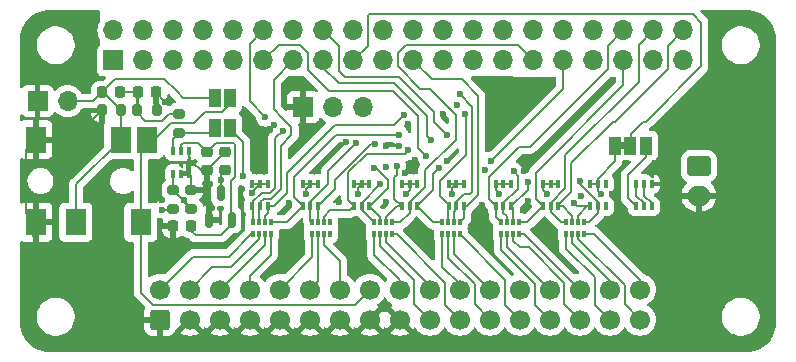
<source format=gbr>
%TF.GenerationSoftware,KiCad,Pcbnew,8.0.4+dfsg-1*%
%TF.CreationDate,2025-02-22T18:35:30+01:00*%
%TF.ProjectId,Acorn_1Mhz_bus_PiZero_interface,41636f72-6e5f-4314-9d68-7a5f6275735f,rev?*%
%TF.SameCoordinates,Original*%
%TF.FileFunction,Copper,L1,Top*%
%TF.FilePolarity,Positive*%
%FSLAX46Y46*%
G04 Gerber Fmt 4.6, Leading zero omitted, Abs format (unit mm)*
G04 Created by KiCad (PCBNEW 8.0.4+dfsg-1) date 2025-02-22 18:35:30*
%MOMM*%
%LPD*%
G01*
G04 APERTURE LIST*
G04 Aperture macros list*
%AMRoundRect*
0 Rectangle with rounded corners*
0 $1 Rounding radius*
0 $2 $3 $4 $5 $6 $7 $8 $9 X,Y pos of 4 corners*
0 Add a 4 corners polygon primitive as box body*
4,1,4,$2,$3,$4,$5,$6,$7,$8,$9,$2,$3,0*
0 Add four circle primitives for the rounded corners*
1,1,$1+$1,$2,$3*
1,1,$1+$1,$4,$5*
1,1,$1+$1,$6,$7*
1,1,$1+$1,$8,$9*
0 Add four rect primitives between the rounded corners*
20,1,$1+$1,$2,$3,$4,$5,0*
20,1,$1+$1,$4,$5,$6,$7,0*
20,1,$1+$1,$6,$7,$8,$9,0*
20,1,$1+$1,$8,$9,$2,$3,0*%
G04 Aperture macros list end*
%TA.AperFunction,EtchedComponent*%
%ADD10C,0.000000*%
%TD*%
%TA.AperFunction,SMDPad,CuDef*%
%ADD11RoundRect,0.100000X0.100000X-0.225000X0.100000X0.225000X-0.100000X0.225000X-0.100000X-0.225000X0*%
%TD*%
%TA.AperFunction,SMDPad,CuDef*%
%ADD12R,0.400000X0.500000*%
%TD*%
%TA.AperFunction,SMDPad,CuDef*%
%ADD13R,0.300000X0.500000*%
%TD*%
%TA.AperFunction,ComponentPad*%
%ADD14R,1.700000X1.700000*%
%TD*%
%TA.AperFunction,ComponentPad*%
%ADD15O,1.700000X1.700000*%
%TD*%
%TA.AperFunction,SMDPad,CuDef*%
%ADD16R,1.000000X1.500000*%
%TD*%
%TA.AperFunction,SMDPad,CuDef*%
%ADD17RoundRect,0.225000X0.225000X0.250000X-0.225000X0.250000X-0.225000X-0.250000X0.225000X-0.250000X0*%
%TD*%
%TA.AperFunction,SMDPad,CuDef*%
%ADD18RoundRect,0.225000X0.250000X-0.225000X0.250000X0.225000X-0.250000X0.225000X-0.250000X-0.225000X0*%
%TD*%
%TA.AperFunction,SMDPad,CuDef*%
%ADD19RoundRect,0.200000X-0.200000X-0.275000X0.200000X-0.275000X0.200000X0.275000X-0.200000X0.275000X0*%
%TD*%
%TA.AperFunction,SMDPad,CuDef*%
%ADD20RoundRect,0.200000X0.275000X-0.200000X0.275000X0.200000X-0.275000X0.200000X-0.275000X-0.200000X0*%
%TD*%
%TA.AperFunction,SMDPad,CuDef*%
%ADD21RoundRect,0.225000X-0.225000X-0.250000X0.225000X-0.250000X0.225000X0.250000X-0.225000X0.250000X0*%
%TD*%
%TA.AperFunction,SMDPad,CuDef*%
%ADD22R,1.800000X2.300000*%
%TD*%
%TA.AperFunction,SMDPad,CuDef*%
%ADD23RoundRect,0.225000X-0.250000X0.225000X-0.250000X-0.225000X0.250000X-0.225000X0.250000X0.225000X0*%
%TD*%
%TA.AperFunction,ComponentPad*%
%ADD24RoundRect,0.250000X-0.750000X0.600000X-0.750000X-0.600000X0.750000X-0.600000X0.750000X0.600000X0*%
%TD*%
%TA.AperFunction,ComponentPad*%
%ADD25O,2.000000X1.700000*%
%TD*%
%TA.AperFunction,SMDPad,CuDef*%
%ADD26RoundRect,0.150000X0.150000X-0.512500X0.150000X0.512500X-0.150000X0.512500X-0.150000X-0.512500X0*%
%TD*%
%TA.AperFunction,ComponentPad*%
%ADD27RoundRect,0.250000X0.600000X-0.600000X0.600000X0.600000X-0.600000X0.600000X-0.600000X-0.600000X0*%
%TD*%
%TA.AperFunction,ComponentPad*%
%ADD28C,1.700000*%
%TD*%
%TA.AperFunction,SMDPad,CuDef*%
%ADD29RoundRect,0.200000X0.200000X0.275000X-0.200000X0.275000X-0.200000X-0.275000X0.200000X-0.275000X0*%
%TD*%
%TA.AperFunction,ViaPad*%
%ADD30C,0.600000*%
%TD*%
%TA.AperFunction,Conductor*%
%ADD31C,0.200000*%
%TD*%
G04 APERTURE END LIST*
D10*
%TA.AperFunction,EtchedComponent*%
%TO.C,JP3*%
G36*
X151800000Y-112300000D02*
G01*
X151300000Y-112300000D01*
X151300000Y-111700000D01*
X151800000Y-111700000D01*
X151800000Y-112300000D01*
G37*
%TD.AperFunction*%
%TD*%
D11*
%TO.P,D7,1,A*%
%TO.N,GPIO_19*%
X144800000Y-117150000D03*
%TO.P,D7,2,A*%
%TO.N,GPIO_20*%
X145450000Y-117150000D03*
%TO.P,D7,3,A*%
%TO.N,GPIO_21*%
X146100000Y-117150000D03*
%TO.P,D7,4,K*%
%TO.N,Net-(D1A-K)*%
X146100000Y-115250000D03*
%TO.P,D7,5,K*%
X145450000Y-115250000D03*
%TO.P,D7,6,K*%
X144800000Y-115250000D03*
%TD*%
D12*
%TO.P,RN3,1,R1.1*%
%TO.N,D0*%
X130500000Y-119500000D03*
D13*
%TO.P,RN3,2,R2.1*%
%TO.N,D1*%
X131000000Y-119500000D03*
%TO.P,RN3,3,R3.1*%
%TO.N,D2*%
X131500000Y-119500000D03*
D12*
%TO.P,RN3,4,R4.1*%
%TO.N,D3*%
X132000000Y-119500000D03*
%TO.P,RN3,5,R4.2*%
%TO.N,GPIO_5*%
X132000000Y-118500000D03*
D13*
%TO.P,RN3,6,R3.2*%
%TO.N,GPIO_4*%
X131500000Y-118500000D03*
%TO.P,RN3,7,R2.2*%
%TO.N,GPIO_3*%
X131000000Y-118500000D03*
D12*
%TO.P,RN3,8,R1.2*%
%TO.N,GPIO_2*%
X130500000Y-118500000D03*
%TD*%
D14*
%TO.P,J5,1,Pin_1*%
%TO.N,GND*%
X124500000Y-108750000D03*
D15*
%TO.P,J5,2,Pin_2*%
%TO.N,TxD*%
X127040000Y-108750000D03*
%TO.P,J5,3,Pin_3*%
%TO.N,RxD*%
X129580000Y-108750000D03*
%TD*%
D16*
%TO.P,JP2,1,A*%
%TO.N,Net-(J4-Pin_2)*%
X117000000Y-108000000D03*
%TO.P,JP2,2,B*%
%TO.N,BBC_Audio*%
X118300000Y-108000000D03*
%TD*%
D11*
%TO.P,D8,1,A*%
%TO.N,GPIO_22*%
X148800000Y-117150000D03*
%TO.P,D8,2,A*%
%TO.N,GPIO_23*%
X149450000Y-117150000D03*
%TO.P,D8,3,A*%
%TO.N,unconnected-(D8C-A-Pad3)*%
X150100000Y-117150000D03*
%TO.P,D8,4,K*%
%TO.N,unconnected-(D8C-K-Pad4)*%
X150100000Y-115250000D03*
%TO.P,D8,5,K*%
%TO.N,Net-(D1A-K)*%
X149450000Y-115250000D03*
%TO.P,D8,6,K*%
X148800000Y-115250000D03*
%TD*%
D17*
%TO.P,C5,1*%
%TO.N,Net-(C4-Pad1)*%
X109025000Y-107500000D03*
%TO.P,C5,2*%
%TO.N,Net-(J4-Pin_2)*%
X107475000Y-107500000D03*
%TD*%
D11*
%TO.P,U2,1,A1*%
%TO.N,Net-(JP1-A)*%
X113500000Y-114400000D03*
%TO.P,U2,2,GND*%
%TO.N,GND*%
X114150000Y-114400000D03*
%TO.P,U2,3,A1*%
X114800000Y-114400000D03*
%TO.P,U2,4,Y2*%
X114800000Y-112500000D03*
%TO.P,U2,5,Vcc*%
%TO.N,+3.3VDAC*%
X114150000Y-112500000D03*
%TO.P,U2,6,Y1*%
%TO.N,Net-(JP1-B)*%
X113500000Y-112500000D03*
%TD*%
D18*
%TO.P,C1,1*%
%TO.N,+5V*%
X117850000Y-114100000D03*
%TO.P,C1,2*%
%TO.N,GND*%
X117850000Y-112550000D03*
%TD*%
D19*
%TO.P,R5,1*%
%TO.N,GND*%
X107425000Y-109000000D03*
%TO.P,R5,2*%
%TO.N,Net-(J4-Pin_2)*%
X109075000Y-109000000D03*
%TD*%
D20*
%TO.P,R2,1*%
%TO.N,Net-(JP1-A)*%
X115000000Y-117400000D03*
%TO.P,R2,2*%
%TO.N,GND*%
X115000000Y-115750000D03*
%TD*%
D16*
%TO.P,JP3,1,A*%
%TO.N,Net-(D1A-K)*%
X150900000Y-112000000D03*
%TO.P,JP3,2,C*%
%TO.N,+3V3*%
X152200000Y-112000000D03*
%TO.P,JP3,3,B*%
%TO.N,Net-(D9A-A)*%
X153500000Y-112000000D03*
%TD*%
D12*
%TO.P,RN1,1,R1.1*%
%TO.N,R{slash}~{W}*%
X120250000Y-119500000D03*
D13*
%TO.P,RN1,2,R2.1*%
%TO.N,1MHz*%
X120750000Y-119500000D03*
%TO.P,RN1,3,R3.1*%
%TO.N,~{NMI}*%
X121250000Y-119500000D03*
D12*
%TO.P,RN1,4,R4.1*%
%TO.N,~{IRQ}*%
X121750000Y-119500000D03*
%TO.P,RN1,5,R4.2*%
%TO.N,GPIO_12*%
X121750000Y-118500000D03*
D13*
%TO.P,RN1,6,R3.2*%
%TO.N,GPIO_11*%
X121250000Y-118500000D03*
%TO.P,RN1,7,R2.2*%
%TO.N,GPIO_27*%
X120750000Y-118500000D03*
D12*
%TO.P,RN1,8,R1.2*%
%TO.N,GPIO_10*%
X120250000Y-118500000D03*
%TD*%
D20*
%TO.P,R3,1*%
%TO.N,Net-(JP1-B)*%
X114000000Y-110950000D03*
%TO.P,R3,2*%
%TO.N,Net-(C4-Pad1)*%
X114000000Y-109300000D03*
%TD*%
D12*
%TO.P,RN5,1,R1.1*%
%TO.N,A0*%
X141250000Y-119500000D03*
D13*
%TO.P,RN5,2,R2.1*%
%TO.N,A1*%
X141750000Y-119500000D03*
%TO.P,RN5,3,R3.1*%
%TO.N,A2*%
X142250000Y-119500000D03*
D12*
%TO.P,RN5,4,R4.1*%
%TO.N,A3*%
X142750000Y-119500000D03*
%TO.P,RN5,5,R4.2*%
%TO.N,GPIO_19*%
X142750000Y-118500000D03*
D13*
%TO.P,RN5,6,R3.2*%
%TO.N,GPIO_18*%
X142250000Y-118500000D03*
%TO.P,RN5,7,R2.2*%
%TO.N,GPIO_17*%
X141750000Y-118500000D03*
D12*
%TO.P,RN5,8,R1.2*%
%TO.N,GPIO_16*%
X141250000Y-118500000D03*
%TD*%
D11*
%TO.P,D2,1,A*%
%TO.N,GPIO_12*%
X124450000Y-117150000D03*
%TO.P,D2,2,A*%
%TO.N,GPIO_24*%
X125100000Y-117150000D03*
%TO.P,D2,3,A*%
%TO.N,GPIO_25*%
X125750000Y-117150000D03*
%TO.P,D2,4,K*%
%TO.N,Net-(D1A-K)*%
X125750000Y-115250000D03*
%TO.P,D2,5,K*%
X125100000Y-115250000D03*
%TO.P,D2,6,K*%
X124450000Y-115250000D03*
%TD*%
D21*
%TO.P,C4,1*%
%TO.N,Net-(C4-Pad1)*%
X110475000Y-107500000D03*
%TO.P,C4,2*%
%TO.N,GND*%
X112025000Y-107500000D03*
%TD*%
D22*
%TO.P,J3,G*%
%TO.N,GND*%
X101850000Y-118500000D03*
%TO.P,J3,R*%
%TO.N,Net-(J4-Pin_2)*%
X105250000Y-118500000D03*
%TO.P,J3,RN*%
%TO.N,BBC_Audio*%
X110750000Y-118500000D03*
%TO.P,J3,S*%
%TO.N,GND*%
X101850000Y-111500000D03*
%TO.P,J3,T*%
%TO.N,Net-(J4-Pin_2)*%
X109050000Y-111500000D03*
%TO.P,J3,TN*%
%TO.N,BBC_Audio*%
X111250000Y-111500000D03*
%TD*%
D23*
%TO.P,C3,1*%
%TO.N,+3.3VDAC*%
X116350000Y-112550000D03*
%TO.P,C3,2*%
%TO.N,GND*%
X116350000Y-114100000D03*
%TD*%
D11*
%TO.P,D6,1,A*%
%TO.N,GPIO_16*%
X140800000Y-117150000D03*
%TO.P,D6,2,A*%
%TO.N,GPIO_17*%
X141450000Y-117150000D03*
%TO.P,D6,3,A*%
%TO.N,GPIO_18*%
X142100000Y-117150000D03*
%TO.P,D6,4,K*%
%TO.N,Net-(D1A-K)*%
X142100000Y-115250000D03*
%TO.P,D6,5,K*%
X141450000Y-115250000D03*
%TO.P,D6,6,K*%
X140800000Y-115250000D03*
%TD*%
%TO.P,D9,1,A*%
%TO.N,Net-(D9A-A)*%
X152700000Y-117150000D03*
%TO.P,D9,2,A*%
%TO.N,Net-(D9A-K)*%
X153350000Y-117150000D03*
%TO.P,D9,3,A*%
%TO.N,Net-(D9B-K)*%
X154000000Y-117150000D03*
%TO.P,D9,4,K*%
%TO.N,GND*%
X154000000Y-115250000D03*
%TO.P,D9,5,K*%
%TO.N,Net-(D9B-K)*%
X153350000Y-115250000D03*
%TO.P,D9,6,K*%
%TO.N,Net-(D9A-K)*%
X152700000Y-115250000D03*
%TD*%
D16*
%TO.P,JP1,1,A*%
%TO.N,Net-(JP1-A)*%
X118300000Y-110500000D03*
%TO.P,JP1,2,B*%
%TO.N,Net-(JP1-B)*%
X117000000Y-110500000D03*
%TD*%
D17*
%TO.P,C2,1*%
%TO.N,+3.3VDAC*%
X115025000Y-118850000D03*
%TO.P,C2,2*%
%TO.N,GND*%
X113475000Y-118850000D03*
%TD*%
D11*
%TO.P,D4,1,A*%
%TO.N,GPIO_4*%
X132850000Y-117150000D03*
%TO.P,D4,2,A*%
%TO.N,GPIO_5*%
X133500000Y-117150000D03*
%TO.P,D4,3,A*%
%TO.N,GPIO_6*%
X134150000Y-117150000D03*
%TO.P,D4,4,K*%
%TO.N,Net-(D1A-K)*%
X134150000Y-115250000D03*
%TO.P,D4,5,K*%
X133500000Y-115250000D03*
%TO.P,D4,6,K*%
X132850000Y-115250000D03*
%TD*%
%TO.P,D1,1,A*%
%TO.N,GPIO_10*%
X120200000Y-117150000D03*
%TO.P,D1,2,A*%
%TO.N,GPIO_27*%
X120850000Y-117150000D03*
%TO.P,D1,3,A*%
%TO.N,GPIO_11*%
X121500000Y-117150000D03*
%TO.P,D1,4,K*%
%TO.N,Net-(D1A-K)*%
X121500000Y-115250000D03*
%TO.P,D1,5,K*%
X120850000Y-115250000D03*
%TO.P,D1,6,K*%
X120200000Y-115250000D03*
%TD*%
D12*
%TO.P,RN6,1,R1.1*%
%TO.N,A4*%
X146750000Y-119500000D03*
D13*
%TO.P,RN6,2,R2.1*%
%TO.N,A5*%
X147250000Y-119500000D03*
%TO.P,RN6,3,R3.1*%
%TO.N,A6*%
X147750000Y-119500000D03*
D12*
%TO.P,RN6,4,R4.1*%
%TO.N,A7*%
X148250000Y-119500000D03*
%TO.P,RN6,5,R4.2*%
%TO.N,GPIO_23*%
X148250000Y-118500000D03*
D13*
%TO.P,RN6,6,R3.2*%
%TO.N,GPIO_22*%
X147750000Y-118500000D03*
%TO.P,RN6,7,R2.2*%
%TO.N,GPIO_21*%
X147250000Y-118500000D03*
D12*
%TO.P,RN6,8,R1.2*%
%TO.N,GPIO_20*%
X146750000Y-118500000D03*
%TD*%
D14*
%TO.P,J4,1,Pin_1*%
%TO.N,GND*%
X102000000Y-108250000D03*
D15*
%TO.P,J4,2,Pin_2*%
%TO.N,Net-(J4-Pin_2)*%
X104540000Y-108250000D03*
%TD*%
D11*
%TO.P,D3,1,A*%
%TO.N,GPIO_26*%
X128800000Y-117150000D03*
%TO.P,D3,2,A*%
%TO.N,GPIO_2*%
X129450000Y-117150000D03*
%TO.P,D3,3,A*%
%TO.N,GPIO_3*%
X130100000Y-117150000D03*
%TO.P,D3,4,K*%
%TO.N,Net-(D1A-K)*%
X130100000Y-115250000D03*
%TO.P,D3,5,K*%
X129450000Y-115250000D03*
%TO.P,D3,6,K*%
X128800000Y-115250000D03*
%TD*%
D24*
%TO.P,J6,1,Pin_1*%
%TO.N,+5V*%
X158000000Y-113750000D03*
D25*
%TO.P,J6,2,Pin_2*%
%TO.N,GND*%
X158000000Y-116250000D03*
%TD*%
D12*
%TO.P,RN2,1,R1.1*%
%TO.N,~{PCFC}*%
X125250000Y-119500000D03*
D13*
%TO.P,RN2,2,R2.1*%
%TO.N,~{PCFD}*%
X125750000Y-119500000D03*
%TO.P,RN2,3,R3.1*%
%TO.N,~{RST}*%
X126250000Y-119500000D03*
D12*
%TO.P,RN2,4,R4.1*%
%TO.N,unconnected-(RN2-R4.1-Pad4)*%
X126750000Y-119500000D03*
%TO.P,RN2,5,R4.2*%
%TO.N,unconnected-(RN2-R4.2-Pad5)*%
X126750000Y-118500000D03*
D13*
%TO.P,RN2,6,R3.2*%
%TO.N,GPIO_26*%
X126250000Y-118500000D03*
%TO.P,RN2,7,R2.2*%
%TO.N,GPIO_25*%
X125750000Y-118500000D03*
D12*
%TO.P,RN2,8,R1.2*%
%TO.N,GPIO_24*%
X125250000Y-118500000D03*
%TD*%
D26*
%TO.P,U1,1,GND*%
%TO.N,GND*%
X116550000Y-118275000D03*
%TO.P,U1,2,VO*%
%TO.N,+3.3VDAC*%
X118450000Y-118275000D03*
%TO.P,U1,3,VI*%
%TO.N,+5V*%
X117500000Y-116000000D03*
%TD*%
D27*
%TO.P,J1,1,Pin_1*%
%TO.N,GND*%
X112350000Y-126750000D03*
D28*
%TO.P,J1,2,Pin_2*%
%TO.N,R{slash}~{W}*%
X112350000Y-124210000D03*
%TO.P,J1,3,Pin_3*%
%TO.N,GND*%
X114890000Y-126750000D03*
%TO.P,J1,4,Pin_4*%
%TO.N,1MHz*%
X114890000Y-124210000D03*
%TO.P,J1,5,Pin_5*%
%TO.N,GND*%
X117430000Y-126750000D03*
%TO.P,J1,6,Pin_6*%
%TO.N,~{NMI}*%
X117430000Y-124210000D03*
%TO.P,J1,7,Pin_7*%
%TO.N,GND*%
X119970000Y-126750000D03*
%TO.P,J1,8,Pin_8*%
%TO.N,~{IRQ}*%
X119970000Y-124210000D03*
%TO.P,J1,9,Pin_9*%
%TO.N,GND*%
X122510000Y-126750000D03*
%TO.P,J1,10,Pin_10*%
%TO.N,~{PCFC}*%
X122510000Y-124210000D03*
%TO.P,J1,11,Pin_11*%
%TO.N,GND*%
X125050000Y-126750000D03*
%TO.P,J1,12,Pin_12*%
%TO.N,~{PCFD}*%
X125050000Y-124210000D03*
%TO.P,J1,13,Pin_13*%
%TO.N,GND*%
X127590000Y-126750000D03*
%TO.P,J1,14,Pin_14*%
%TO.N,~{RST}*%
X127590000Y-124210000D03*
%TO.P,J1,15,Pin_15*%
%TO.N,GND*%
X130130000Y-126750000D03*
%TO.P,J1,16,Pin_16*%
%TO.N,BBC_Audio*%
X130130000Y-124210000D03*
%TO.P,J1,17,Pin_17*%
%TO.N,GND*%
X132670000Y-126750000D03*
%TO.P,J1,18,Pin_18*%
%TO.N,D0*%
X132670000Y-124210000D03*
%TO.P,J1,19,Pin_19*%
%TO.N,D1*%
X135210000Y-126750000D03*
%TO.P,J1,20,Pin_20*%
%TO.N,D2*%
X135210000Y-124210000D03*
%TO.P,J1,21,Pin_21*%
%TO.N,D3*%
X137750000Y-126750000D03*
%TO.P,J1,22,Pin_22*%
%TO.N,D4*%
X137750000Y-124210000D03*
%TO.P,J1,23,Pin_23*%
%TO.N,D5*%
X140290000Y-126750000D03*
%TO.P,J1,24,Pin_24*%
%TO.N,D6*%
X140290000Y-124210000D03*
%TO.P,J1,25,Pin_25*%
%TO.N,D7*%
X142830000Y-126750000D03*
%TO.P,J1,26,Pin_26*%
%TO.N,GND*%
X142830000Y-124210000D03*
%TO.P,J1,27,Pin_27*%
%TO.N,A0*%
X145370000Y-126750000D03*
%TO.P,J1,28,Pin_28*%
%TO.N,A1*%
X145370000Y-124210000D03*
%TO.P,J1,29,Pin_29*%
%TO.N,A2*%
X147910000Y-126750000D03*
%TO.P,J1,30,Pin_30*%
%TO.N,A3*%
X147910000Y-124210000D03*
%TO.P,J1,31,Pin_31*%
%TO.N,A4*%
X150450000Y-126750000D03*
%TO.P,J1,32,Pin_32*%
%TO.N,A5*%
X150450000Y-124210000D03*
%TO.P,J1,33,Pin_33*%
%TO.N,A6*%
X152990000Y-126750000D03*
%TO.P,J1,34,Pin_34*%
%TO.N,A7*%
X152990000Y-124210000D03*
%TD*%
D29*
%TO.P,R4,1*%
%TO.N,GND*%
X112075000Y-109000000D03*
%TO.P,R4,2*%
%TO.N,Net-(C4-Pad1)*%
X110425000Y-109000000D03*
%TD*%
D11*
%TO.P,D5,1,A*%
%TO.N,GPIO_7*%
X136800000Y-117150000D03*
%TO.P,D5,2,A*%
%TO.N,GPIO_8*%
X137450000Y-117150000D03*
%TO.P,D5,3,A*%
%TO.N,GPIO_9*%
X138100000Y-117150000D03*
%TO.P,D5,4,K*%
%TO.N,Net-(D1A-K)*%
X138100000Y-115250000D03*
%TO.P,D5,5,K*%
X137450000Y-115250000D03*
%TO.P,D5,6,K*%
X136800000Y-115250000D03*
%TD*%
D20*
%TO.P,R1,1*%
%TO.N,GPIO_13*%
X113500000Y-117400000D03*
%TO.P,R1,2*%
%TO.N,Net-(JP1-A)*%
X113500000Y-115750000D03*
%TD*%
D12*
%TO.P,RN4,1,R1.1*%
%TO.N,D4*%
X136250000Y-119500000D03*
D13*
%TO.P,RN4,2,R2.1*%
%TO.N,D5*%
X136750000Y-119500000D03*
%TO.P,RN4,3,R3.1*%
%TO.N,D6*%
X137250000Y-119500000D03*
D12*
%TO.P,RN4,4,R4.1*%
%TO.N,D7*%
X137750000Y-119500000D03*
%TO.P,RN4,5,R4.2*%
%TO.N,GPIO_9*%
X137750000Y-118500000D03*
D13*
%TO.P,RN4,6,R3.2*%
%TO.N,GPIO_8*%
X137250000Y-118500000D03*
%TO.P,RN4,7,R2.2*%
%TO.N,GPIO_7*%
X136750000Y-118500000D03*
D12*
%TO.P,RN4,8,R1.2*%
%TO.N,GPIO_6*%
X136250000Y-118500000D03*
%TD*%
D14*
%TO.P,J2,1,3V3*%
%TO.N,+3V3*%
X108418680Y-104800000D03*
D15*
%TO.P,J2,2,5V*%
%TO.N,+5V*%
X108418680Y-102260000D03*
%TO.P,J2,3,SDA/GPIO2*%
%TO.N,GPIO_2*%
X110958680Y-104800000D03*
%TO.P,J2,4,5V*%
%TO.N,+5V*%
X110958680Y-102260000D03*
%TO.P,J2,5,SCL/GPIO3*%
%TO.N,GPIO_3*%
X113498680Y-104800000D03*
%TO.P,J2,6,GND*%
%TO.N,GND*%
X113498680Y-102260000D03*
%TO.P,J2,7,GCLK0/GPIO4*%
%TO.N,GPIO_4*%
X116038680Y-104800000D03*
%TO.P,J2,8,GPIO14/TXD*%
%TO.N,TxD*%
X116038680Y-102260000D03*
%TO.P,J2,9,GND*%
%TO.N,GND*%
X118578680Y-104800000D03*
%TO.P,J2,10,GPIO15/RXD*%
%TO.N,RxD*%
X118578680Y-102260000D03*
%TO.P,J2,11,GPIO17*%
%TO.N,GPIO_17*%
X121118680Y-104800000D03*
%TO.P,J2,12,GPIO18/PWM0*%
%TO.N,GPIO_18*%
X121118680Y-102260000D03*
%TO.P,J2,13,GPIO27*%
%TO.N,GPIO_27*%
X123658680Y-104800000D03*
%TO.P,J2,14,GND*%
%TO.N,GND*%
X123658680Y-102260000D03*
%TO.P,J2,15,GPIO22*%
%TO.N,GPIO_22*%
X126198680Y-104800000D03*
%TO.P,J2,16,GPIO23*%
%TO.N,GPIO_23*%
X126198680Y-102260000D03*
%TO.P,J2,17,3V3*%
%TO.N,+3V3*%
X128738680Y-104800000D03*
%TO.P,J2,18,GPIO24*%
%TO.N,GPIO_24*%
X128738680Y-102260000D03*
%TO.P,J2,19,MOSI0/GPIO10*%
%TO.N,GPIO_10*%
X131278680Y-104800000D03*
%TO.P,J2,20,GND*%
%TO.N,GND*%
X131278680Y-102260000D03*
%TO.P,J2,21,MISO0/GPIO9*%
%TO.N,GPIO_9*%
X133818680Y-104800000D03*
%TO.P,J2,22,GPIO25*%
%TO.N,GPIO_25*%
X133818680Y-102260000D03*
%TO.P,J2,23,SCLK0/GPIO11*%
%TO.N,GPIO_11*%
X136358680Y-104800000D03*
%TO.P,J2,24,~{CE0}/GPIO8*%
%TO.N,GPIO_8*%
X136358680Y-102260000D03*
%TO.P,J2,25,GND*%
%TO.N,GND*%
X138898680Y-104800000D03*
%TO.P,J2,26,~{CE1}/GPIO7*%
%TO.N,GPIO_7*%
X138898680Y-102260000D03*
%TO.P,J2,27,ID_SD/GPIO0*%
%TO.N,ID_SD*%
X141438680Y-104800000D03*
%TO.P,J2,28,ID_SC/GPIO1*%
%TO.N,ID_SC*%
X141438680Y-102260000D03*
%TO.P,J2,29,GCLK1/GPIO5*%
%TO.N,GPIO_5*%
X143978680Y-104800000D03*
%TO.P,J2,30,GND*%
%TO.N,GND*%
X143978680Y-102260000D03*
%TO.P,J2,31,GCLK2/GPIO6*%
%TO.N,GPIO_6*%
X146518680Y-104800000D03*
%TO.P,J2,32,PWM0/GPIO12*%
%TO.N,GPIO_12*%
X146518680Y-102260000D03*
%TO.P,J2,33,PWM1/GPIO13*%
%TO.N,GPIO_13*%
X149058680Y-104800000D03*
%TO.P,J2,34,GND*%
%TO.N,GND*%
X149058680Y-102260000D03*
%TO.P,J2,35,GPIO19/MISO1*%
%TO.N,GPIO_19*%
X151598680Y-104800000D03*
%TO.P,J2,36,GPIO16*%
%TO.N,GPIO_16*%
X151598680Y-102260000D03*
%TO.P,J2,37,GPIO26*%
%TO.N,GPIO_26*%
X154138680Y-104800000D03*
%TO.P,J2,38,GPIO20/MOSI1*%
%TO.N,GPIO_20*%
X154138680Y-102260000D03*
%TO.P,J2,39,GND*%
%TO.N,GND*%
X156678680Y-104800000D03*
%TO.P,J2,40,GPIO21/SCLK1*%
%TO.N,GPIO_21*%
X156678680Y-102260000D03*
%TD*%
D30*
%TO.N,GPIO_13*%
X112500000Y-117500000D03*
%TO.N,GPIO_10*%
X122750000Y-110750000D03*
%TO.N,GPIO_11*%
X133000000Y-109400000D03*
%TO.N,GPIO_12*%
X132600000Y-111100000D03*
%TO.N,GPIO_24*%
X129000000Y-111800000D03*
%TO.N,GPIO_25*%
X130600000Y-111900000D03*
%TO.N,GPIO_26*%
X133400000Y-112400000D03*
%TO.N,GPIO_2*%
X131000000Y-115300000D03*
%TO.N,GPIO_3*%
X130500000Y-113900000D03*
%TO.N,GPIO_4*%
X132400000Y-113700000D03*
%TO.N,GPIO_6*%
X136000000Y-113900000D03*
X140400000Y-113300000D03*
%TO.N,GPIO_7*%
X138200000Y-109300000D03*
%TO.N,GPIO_8*%
X137744454Y-107655546D03*
%TO.N,GPIO_17*%
X142300000Y-114200000D03*
X134900000Y-112900000D03*
%TO.N,GPIO_18*%
X143500000Y-115100000D03*
X121300000Y-109600000D03*
%TO.N,GPIO_22*%
X135300000Y-111500000D03*
X147400000Y-116900000D03*
%TO.N,GPIO_23*%
X136700000Y-111100000D03*
X147900000Y-115000000D03*
%TO.N,Net-(D1A-K)*%
X149700000Y-116100000D03*
X129100000Y-116100000D03*
X124700000Y-116100000D03*
X137100000Y-116100000D03*
X141100000Y-116100000D03*
X145100000Y-116100000D03*
X120200000Y-116000000D03*
X133200000Y-116100000D03*
%TO.N,GND*%
X133400000Y-110200000D03*
X111900000Y-114000000D03*
X131500000Y-116800000D03*
X139600000Y-118900000D03*
X132600000Y-112000000D03*
X148000000Y-116250000D03*
X102400000Y-117700000D03*
X102400000Y-112300000D03*
X131500000Y-112000000D03*
X129000000Y-118900000D03*
X121000000Y-113300000D03*
X112500000Y-116600000D03*
X134200000Y-118900000D03*
X116600000Y-115300000D03*
X139600000Y-117000000D03*
X150300000Y-118900000D03*
X115900000Y-115750000D03*
X134000000Y-113200000D03*
X141250000Y-109100000D03*
X112800000Y-108300000D03*
X113500000Y-119750000D03*
X112400000Y-118400000D03*
X143200000Y-114200000D03*
X101900000Y-110500000D03*
X137500000Y-108600000D03*
X119300000Y-115700000D03*
X124100000Y-118900000D03*
X131500000Y-113800000D03*
X145100000Y-118900000D03*
X128100000Y-111700000D03*
X101300000Y-117700000D03*
X116750000Y-117250000D03*
X150600000Y-116100000D03*
X101800000Y-119500000D03*
X101300000Y-112300000D03*
X115200000Y-113500000D03*
X122000000Y-110250000D03*
X136300000Y-109300000D03*
X139900000Y-114100000D03*
X143500000Y-116700000D03*
X133100000Y-114300000D03*
X123300000Y-116900000D03*
X127500000Y-116750000D03*
X136700000Y-113300000D03*
%TO.N,+5V*%
X117500000Y-114900000D03*
%TO.N,Net-(JP1-A)*%
X119400000Y-114600000D03*
X114375000Y-116625000D03*
%TD*%
D31*
%TO.N,GPIO_13*%
X112500000Y-117500000D02*
X113400000Y-117500000D01*
X113400000Y-117500000D02*
X113500000Y-117400000D01*
%TO.N,+3.3VDAC*%
X115600000Y-111800000D02*
X116350000Y-112550000D01*
X115400000Y-119600000D02*
X115025000Y-119225000D01*
X117500000Y-119600000D02*
X115400000Y-119600000D01*
X115025000Y-119225000D02*
X115025000Y-118850000D01*
X117100000Y-111800000D02*
X118600000Y-111800000D01*
X116350000Y-112550000D02*
X117100000Y-111800000D01*
X114150000Y-112500000D02*
X114150000Y-111950000D01*
X114300000Y-111800000D02*
X115600000Y-111800000D01*
X118450000Y-118275000D02*
X118450000Y-118650000D01*
X118400000Y-118225000D02*
X118450000Y-118275000D01*
X118400000Y-115000000D02*
X118400000Y-118225000D01*
X118450000Y-118650000D02*
X117500000Y-119600000D01*
X114150000Y-111950000D02*
X114300000Y-111800000D01*
X118749999Y-114650001D02*
X118400000Y-115000000D01*
X118600000Y-111800000D02*
X118749999Y-111949999D01*
X118749999Y-111949999D02*
X118749999Y-114650001D01*
%TO.N,Net-(C4-Pad1)*%
X109025000Y-107500000D02*
X110475000Y-107500000D01*
X110475000Y-109275000D02*
X111100000Y-109900000D01*
X110425000Y-109000000D02*
X110425000Y-107550000D01*
X110475000Y-107500000D02*
X110475000Y-109275000D01*
X113145969Y-109300000D02*
X114000000Y-109300000D01*
X110425000Y-107550000D02*
X110475000Y-107500000D01*
X112545969Y-109900000D02*
X113145969Y-109300000D01*
X111100000Y-109900000D02*
X112545969Y-109900000D01*
%TO.N,GPIO_10*%
X121025001Y-116000000D02*
X121700000Y-116000000D01*
X122100000Y-111400000D02*
X122750000Y-110750000D01*
X120250000Y-118500000D02*
X120250000Y-117200000D01*
X121700000Y-116000000D02*
X122100000Y-115600000D01*
X120200000Y-117150000D02*
X120200000Y-116825001D01*
X120200000Y-116825001D02*
X121025001Y-116000000D01*
X120250000Y-117200000D02*
X120200000Y-117150000D01*
X122100000Y-115600000D02*
X122100000Y-111400000D01*
%TO.N,GPIO_27*%
X122800000Y-109722182D02*
X122800000Y-109725000D01*
X122000000Y-106458680D02*
X122000000Y-108922182D01*
X121804571Y-116500000D02*
X121175001Y-116500000D01*
X122600000Y-115704571D02*
X121804571Y-116500000D01*
X122600000Y-112000000D02*
X122600000Y-115704571D01*
X122800000Y-109725000D02*
X123500000Y-110425000D01*
X123658680Y-104800000D02*
X122000000Y-106458680D01*
X121175001Y-116500000D02*
X120850000Y-116825001D01*
X120750000Y-117250000D02*
X120850000Y-117150000D01*
X120850000Y-116825001D02*
X120850000Y-117150000D01*
X123500000Y-111100000D02*
X122600000Y-112000000D01*
X120750000Y-118500000D02*
X120750000Y-117250000D01*
X122000000Y-108922182D02*
X122800000Y-109722182D01*
X123500000Y-110425000D02*
X123500000Y-111100000D01*
%TO.N,GPIO_11*%
X127150000Y-110250000D02*
X123100000Y-114300000D01*
X123100000Y-114300000D02*
X123100000Y-116050000D01*
X121250000Y-118500000D02*
X121250000Y-118000000D01*
X133000000Y-109400000D02*
X132150000Y-110250000D01*
X121500000Y-117750000D02*
X121500000Y-117150000D01*
X121250000Y-118000000D02*
X121500000Y-117750000D01*
X122000000Y-117150000D02*
X121500000Y-117150000D01*
X132150000Y-110250000D02*
X127150000Y-110250000D01*
X123100000Y-116050000D02*
X122000000Y-117150000D01*
%TO.N,GPIO_12*%
X127300000Y-111100000D02*
X123700000Y-114700000D01*
X132600000Y-111100000D02*
X127300000Y-111100000D01*
X123100000Y-118500000D02*
X124450000Y-117150000D01*
X121750000Y-118500000D02*
X123100000Y-118500000D01*
X123700000Y-116400000D02*
X124450000Y-117150000D01*
X123700000Y-114700000D02*
X123700000Y-116400000D01*
%TO.N,GPIO_24*%
X129000000Y-111800000D02*
X126600000Y-114200000D01*
X125250000Y-118500000D02*
X125100000Y-118350000D01*
X125100000Y-118350000D02*
X125100000Y-117150000D01*
X125100000Y-116800000D02*
X125100000Y-117150000D01*
X126600000Y-114200000D02*
X126600000Y-115300000D01*
X126600000Y-115300000D02*
X125100000Y-116800000D01*
%TO.N,GPIO_25*%
X127200000Y-114900000D02*
X127200000Y-115700000D01*
X127200000Y-115700000D02*
X125750000Y-117150000D01*
X125750000Y-118500000D02*
X125750000Y-117150000D01*
X130200000Y-111900000D02*
X127200000Y-114900000D01*
X130600000Y-111900000D02*
X130200000Y-111900000D01*
%TO.N,GPIO_26*%
X126250000Y-118500000D02*
X126250000Y-118050000D01*
X126800000Y-117500000D02*
X128450000Y-117500000D01*
X128450000Y-117500000D02*
X128800000Y-117150000D01*
X128300000Y-116650000D02*
X128300000Y-114262448D01*
X129862448Y-112700000D02*
X133100000Y-112700000D01*
X128800000Y-117150000D02*
X128300000Y-116650000D01*
X126250000Y-118050000D02*
X126800000Y-117500000D01*
X128300000Y-114262448D02*
X129862448Y-112700000D01*
X133100000Y-112700000D02*
X133400000Y-112400000D01*
%TO.N,GPIO_2*%
X129450000Y-116850000D02*
X129450000Y-117150000D01*
X129450000Y-117450000D02*
X129450000Y-117150000D01*
X131000000Y-115300000D02*
X129450000Y-116850000D01*
X130500000Y-118500000D02*
X129450000Y-117450000D01*
%TO.N,GPIO_3*%
X130700000Y-113900000D02*
X131700000Y-114900000D01*
X131700000Y-114900000D02*
X131700000Y-115600000D01*
X130150000Y-117150000D02*
X130100000Y-117150000D01*
X131700000Y-115600000D02*
X130150000Y-117150000D01*
X130500000Y-113900000D02*
X130700000Y-113900000D01*
X131000000Y-118500000D02*
X131000000Y-118050000D01*
X131000000Y-118050000D02*
X130100000Y-117150000D01*
%TO.N,GPIO_4*%
X132400000Y-113700000D02*
X132400000Y-114500000D01*
X132200000Y-114700000D02*
X132200000Y-116500000D01*
X131500000Y-118500000D02*
X131500000Y-118050000D01*
X131500000Y-118050000D02*
X132400000Y-117150000D01*
X132200000Y-116500000D02*
X132850000Y-117150000D01*
X132400000Y-114500000D02*
X132200000Y-114700000D01*
X132400000Y-117150000D02*
X132850000Y-117150000D01*
%TO.N,GPIO_5*%
X134712500Y-115612500D02*
X133500000Y-116825001D01*
X134800000Y-115525000D02*
X134712500Y-115612500D01*
X133200000Y-103500000D02*
X132500000Y-104200000D01*
X135200000Y-107200000D02*
X137400000Y-109400000D01*
X142678680Y-103500000D02*
X133200000Y-103500000D01*
X133500000Y-116825001D02*
X133500000Y-117150000D01*
X137400000Y-111500000D02*
X134800000Y-114100000D01*
X134400000Y-107200000D02*
X135200000Y-107200000D01*
X132500000Y-105300000D02*
X134400000Y-107200000D01*
X132500000Y-104200000D02*
X132500000Y-105300000D01*
X132000000Y-118500000D02*
X132700000Y-118500000D01*
X134800000Y-114100000D02*
X134800000Y-115525000D01*
X132700000Y-118500000D02*
X133500000Y-117700000D01*
X137400000Y-109400000D02*
X137400000Y-111500000D01*
X143978680Y-104800000D02*
X142678680Y-103500000D01*
X133500000Y-117700000D02*
X133500000Y-117150000D01*
%TO.N,GPIO_6*%
X135500000Y-115800000D02*
X134150000Y-117150000D01*
X140400000Y-113300000D02*
X146518680Y-107181320D01*
X146518680Y-107181320D02*
X146518680Y-104800000D01*
X136250000Y-118500000D02*
X135500000Y-118500000D01*
X136000000Y-113900000D02*
X135500000Y-114400000D01*
X135500000Y-118500000D02*
X134150000Y-117150000D01*
X135500000Y-114400000D02*
X135500000Y-115800000D01*
%TO.N,GPIO_7*%
X136100000Y-115000000D02*
X136100000Y-116300000D01*
X138300000Y-109400000D02*
X138300000Y-112800000D01*
X136800000Y-117000000D02*
X136800000Y-117150000D01*
X136750000Y-118500000D02*
X136750000Y-117200000D01*
X136100000Y-116300000D02*
X136800000Y-117000000D01*
X136750000Y-117200000D02*
X136800000Y-117150000D01*
X138300000Y-112800000D02*
X136100000Y-115000000D01*
X138200000Y-109300000D02*
X138300000Y-109400000D01*
%TO.N,GPIO_8*%
X137744455Y-107655546D02*
X138800000Y-108711091D01*
X138100000Y-116100000D02*
X137450000Y-116750000D01*
X138800000Y-108711091D02*
X138800000Y-115900000D01*
X137744454Y-107655546D02*
X137744455Y-107655546D01*
X137450000Y-116750000D02*
X137450000Y-117150000D01*
X138800000Y-115900000D02*
X138600000Y-116100000D01*
X137250000Y-118500000D02*
X137250000Y-117593456D01*
X137450000Y-117393456D02*
X137450000Y-117150000D01*
X137250000Y-117593456D02*
X137450000Y-117393456D01*
X138600000Y-116100000D02*
X138100000Y-116100000D01*
%TO.N,GPIO_9*%
X137750000Y-118500000D02*
X138100000Y-118150000D01*
X137900000Y-106400000D02*
X135400000Y-106400000D01*
X138350000Y-117150000D02*
X139300000Y-116200000D01*
X139300000Y-107800000D02*
X137900000Y-106400000D01*
X135400000Y-106400000D02*
X133818680Y-104818680D01*
X138100000Y-118150000D02*
X138100000Y-117150000D01*
X139300000Y-116200000D02*
X139300000Y-107800000D01*
X133818680Y-104818680D02*
X133818680Y-104800000D01*
X138100000Y-117150000D02*
X138350000Y-117150000D01*
%TO.N,GPIO_16*%
X150300000Y-105500000D02*
X150300000Y-103558680D01*
X140200000Y-116550000D02*
X140200000Y-114700000D01*
X142800000Y-112100000D02*
X143700000Y-112100000D01*
X150300000Y-103558680D02*
X151598680Y-102260000D01*
X140200000Y-114700000D02*
X142800000Y-112100000D01*
X140800000Y-118050000D02*
X140800000Y-117150000D01*
X143700000Y-112100000D02*
X150300000Y-105500000D01*
X140800000Y-117150000D02*
X140200000Y-116550000D01*
X141250000Y-118500000D02*
X140800000Y-118050000D01*
%TO.N,GPIO_17*%
X124900000Y-104200000D02*
X124200000Y-103500000D01*
X134200000Y-112200000D02*
X134200000Y-109500000D01*
X126700000Y-107400000D02*
X124900000Y-105600000D01*
X141450000Y-116906544D02*
X141450000Y-117150000D01*
X141750000Y-118500000D02*
X141750000Y-118000000D01*
X122418680Y-103500000D02*
X121118680Y-104800000D01*
X124200000Y-103500000D02*
X122418680Y-103500000D01*
X134200000Y-109500000D02*
X132100000Y-107400000D01*
X141750000Y-118000000D02*
X141450000Y-117700000D01*
X142700000Y-115656544D02*
X141450000Y-116906544D01*
X132100000Y-107400000D02*
X126700000Y-107400000D01*
X141450000Y-117700000D02*
X141450000Y-117150000D01*
X134900000Y-112900000D02*
X134200000Y-112200000D01*
X142700000Y-114600000D02*
X142700000Y-115656544D01*
X124900000Y-105600000D02*
X124900000Y-104200000D01*
X142300000Y-114200000D02*
X142700000Y-114600000D01*
%TO.N,GPIO_18*%
X119968680Y-103410000D02*
X121118680Y-102260000D01*
X121300000Y-109600000D02*
X119968680Y-108268680D01*
X143500000Y-115750000D02*
X142100000Y-117150000D01*
X142250000Y-117300000D02*
X142100000Y-117150000D01*
X143500000Y-115100000D02*
X143500000Y-115750000D01*
X119968680Y-108268680D02*
X119968680Y-103410000D01*
X142250000Y-118500000D02*
X142250000Y-117300000D01*
%TO.N,GPIO_19*%
X144200000Y-116550000D02*
X144200000Y-114300000D01*
X142750000Y-118500000D02*
X143450000Y-118500000D01*
X151598680Y-106901320D02*
X151598680Y-104800000D01*
X144200000Y-114300000D02*
X151598680Y-106901320D01*
X143450000Y-118500000D02*
X144800000Y-117150000D01*
X144800000Y-117150000D02*
X144200000Y-116550000D01*
%TO.N,GPIO_20*%
X146750000Y-118500000D02*
X146350000Y-118500000D01*
X152900000Y-103498680D02*
X154138680Y-102260000D01*
X146700000Y-115625000D02*
X146700000Y-112800000D01*
X152900000Y-106600000D02*
X152900000Y-103498680D01*
X145450000Y-117600000D02*
X145450000Y-117150000D01*
X146700000Y-112800000D02*
X152900000Y-106600000D01*
X146350000Y-118500000D02*
X145450000Y-117600000D01*
X145450000Y-117150000D02*
X145450000Y-116875000D01*
X145450000Y-116875000D02*
X146700000Y-115625000D01*
%TO.N,GPIO_21*%
X146100000Y-117150000D02*
X146100000Y-117000000D01*
X155400000Y-103538680D02*
X156678680Y-102260000D01*
X155400000Y-105500000D02*
X155400000Y-103538680D01*
X146100000Y-117000000D02*
X147200000Y-115900000D01*
X150900000Y-110000000D02*
X155400000Y-105500000D01*
X147200000Y-115900000D02*
X147200000Y-113500000D01*
X147250000Y-118500000D02*
X147250000Y-117950000D01*
X147200000Y-113500000D02*
X150700000Y-110000000D01*
X150700000Y-110000000D02*
X150900000Y-110000000D01*
X147250000Y-117950000D02*
X146450000Y-117150000D01*
X146450000Y-117150000D02*
X146100000Y-117150000D01*
%TO.N,GPIO_22*%
X135300000Y-111500000D02*
X135000000Y-111200000D01*
X135000000Y-109500000D02*
X132200000Y-106700000D01*
X127500000Y-106700000D02*
X126198680Y-105398680D01*
X126198680Y-105398680D02*
X126198680Y-104800000D01*
X147750000Y-118500000D02*
X147750000Y-117950000D01*
X148550000Y-117150000D02*
X148800000Y-117150000D01*
X147750000Y-117950000D02*
X148550000Y-117150000D01*
X132200000Y-106700000D02*
X127500000Y-106700000D01*
X147650000Y-117150000D02*
X148550000Y-117150000D01*
X147400000Y-116900000D02*
X147650000Y-117150000D01*
X135000000Y-111200000D02*
X135000000Y-109500000D01*
%TO.N,GPIO_23*%
X135600000Y-110000000D02*
X136700000Y-111100000D01*
X127500000Y-105700000D02*
X128000000Y-106200000D01*
X127500000Y-103561320D02*
X127500000Y-105700000D01*
X149450000Y-116825001D02*
X149450000Y-117150000D01*
X148650000Y-118500000D02*
X149450000Y-117700000D01*
X147900000Y-115275001D02*
X149450000Y-116825001D01*
X126198680Y-102260000D02*
X127500000Y-103561320D01*
X148250000Y-118500000D02*
X148650000Y-118500000D01*
X149450000Y-117700000D02*
X149450000Y-117150000D01*
X147900000Y-115000000D02*
X147900000Y-115275001D01*
X128000000Y-106200000D02*
X132600000Y-106200000D01*
X135600000Y-109200000D02*
X135600000Y-110000000D01*
X132600000Y-106200000D02*
X135600000Y-109200000D01*
%TO.N,Net-(J4-Pin_2)*%
X106725000Y-108250000D02*
X107475000Y-107500000D01*
X117000000Y-108000000D02*
X114348528Y-108000000D01*
X104540000Y-108250000D02*
X106725000Y-108250000D01*
X105250000Y-118500000D02*
X105250000Y-115300000D01*
X114348528Y-108000000D02*
X113774264Y-107425736D01*
X112748529Y-106400000D02*
X108575000Y-106400000D01*
X113774264Y-107425736D02*
X112748529Y-106400000D01*
X109075000Y-111475000D02*
X109050000Y-111500000D01*
X109075000Y-109000000D02*
X109075000Y-111475000D01*
X108575000Y-106400000D02*
X107475000Y-107500000D01*
X105250000Y-115300000D02*
X109050000Y-111500000D01*
X107575000Y-107500000D02*
X109075000Y-109000000D01*
X107475000Y-107500000D02*
X107575000Y-107500000D01*
%TO.N,Net-(D1A-K)*%
X124700000Y-115650000D02*
X125100000Y-115250000D01*
X144800000Y-115250000D02*
X146100000Y-115250000D01*
X124450000Y-115250000D02*
X125750000Y-115250000D01*
X150900000Y-113350000D02*
X150900000Y-112000000D01*
X149450000Y-114800000D02*
X150900000Y-113350000D01*
X124700000Y-116100000D02*
X124700000Y-115650000D01*
X137100000Y-116100000D02*
X137100000Y-115600000D01*
X144800000Y-115800000D02*
X144800000Y-115250000D01*
X120200000Y-116000000D02*
X120200000Y-115900000D01*
X149450000Y-115850000D02*
X149700000Y-116100000D01*
X140800000Y-115800000D02*
X140800000Y-115250000D01*
X132850000Y-115250000D02*
X134150000Y-115250000D01*
X149450000Y-115250000D02*
X149450000Y-114800000D01*
X140800000Y-115250000D02*
X142100000Y-115250000D01*
X120200000Y-115250000D02*
X121500000Y-115250000D01*
X148800000Y-115250000D02*
X149450000Y-115250000D01*
X128800000Y-115250000D02*
X130100000Y-115250000D01*
X133200000Y-116100000D02*
X133500000Y-115800000D01*
X141100000Y-116100000D02*
X140800000Y-115800000D01*
X129100000Y-115600000D02*
X129450000Y-115250000D01*
X129100000Y-116100000D02*
X129100000Y-115600000D01*
X145100000Y-116100000D02*
X144800000Y-115800000D01*
X136800000Y-115250000D02*
X138100000Y-115250000D01*
X133500000Y-115800000D02*
X133500000Y-115250000D01*
X120200000Y-115900000D02*
X120850000Y-115250000D01*
X137100000Y-115600000D02*
X137450000Y-115250000D01*
X149450000Y-115250000D02*
X149450000Y-115850000D01*
%TO.N,GND*%
X101850000Y-118500000D02*
X101050000Y-117700000D01*
X115000000Y-115750000D02*
X115000000Y-114600000D01*
X112075000Y-109000000D02*
X112075000Y-107550000D01*
X104925000Y-111500000D02*
X107425000Y-109000000D01*
X101050000Y-117700000D02*
X101050000Y-112300000D01*
X116350000Y-114100000D02*
X115800000Y-114100000D01*
X115800000Y-114100000D02*
X115200000Y-113500000D01*
X112075000Y-107550000D02*
X112025000Y-107500000D01*
X112800000Y-108275000D02*
X112025000Y-107500000D01*
X116350000Y-114050000D02*
X117850000Y-112550000D01*
X101850000Y-111500000D02*
X101850000Y-108400000D01*
X113500000Y-118875000D02*
X113475000Y-118850000D01*
X156150000Y-116250000D02*
X158000000Y-116250000D01*
X116550000Y-118275000D02*
X116550000Y-117450000D01*
X101850000Y-111500000D02*
X104925000Y-111500000D01*
X154000000Y-115250000D02*
X155150000Y-115250000D01*
X113500000Y-119750000D02*
X113500000Y-118875000D01*
X101850000Y-108400000D02*
X102000000Y-108250000D01*
X115000000Y-114600000D02*
X114800000Y-114400000D01*
X114150000Y-114400000D02*
X114800000Y-114400000D01*
X112800000Y-108300000D02*
X112800000Y-108275000D01*
X116550000Y-117450000D02*
X116750000Y-117250000D01*
X114800000Y-112500000D02*
X114800000Y-114400000D01*
X115000000Y-115750000D02*
X115900000Y-115750000D01*
X116350000Y-114100000D02*
X116350000Y-114050000D01*
X155150000Y-115250000D02*
X156150000Y-116250000D01*
X101850000Y-118500000D02*
X102250000Y-118500000D01*
X101050000Y-112300000D02*
X101850000Y-111500000D01*
%TO.N,+5V*%
X117500000Y-114900000D02*
X117500000Y-116000000D01*
X117850000Y-114100000D02*
X117500000Y-114450000D01*
X117500000Y-114450000D02*
X117500000Y-116000000D01*
%TO.N,+3V3*%
X157500000Y-100900000D02*
X158200000Y-101600000D01*
X152250000Y-111950000D02*
X152200000Y-112000000D01*
X158200000Y-101600000D02*
X158200000Y-105300000D01*
X153300000Y-110000000D02*
X152250000Y-111050000D01*
X158200000Y-105300000D02*
X153500000Y-110000000D01*
X130000000Y-103538680D02*
X130000000Y-101000000D01*
X152250000Y-111050000D02*
X152250000Y-111950000D01*
X130000000Y-101000000D02*
X130100000Y-100900000D01*
X130100000Y-100900000D02*
X157500000Y-100900000D01*
X128738680Y-104800000D02*
X130000000Y-103538680D01*
X153500000Y-110000000D02*
X153300000Y-110000000D01*
%TO.N,A3*%
X143200000Y-119500000D02*
X147910000Y-124210000D01*
X142750000Y-119500000D02*
X143200000Y-119500000D01*
%TO.N,D0*%
X130500000Y-121250000D02*
X132670000Y-123420000D01*
X132670000Y-123420000D02*
X132670000Y-124210000D01*
X130500000Y-119500000D02*
X130500000Y-121250000D01*
%TO.N,A0*%
X144100000Y-125480000D02*
X145370000Y-126750000D01*
X141250000Y-120850000D02*
X144100000Y-123700000D01*
X144100000Y-123700000D02*
X144100000Y-125480000D01*
X141250000Y-119500000D02*
X141250000Y-120850000D01*
%TO.N,A7*%
X149100000Y-119500000D02*
X152990000Y-123390000D01*
X148250000Y-119500000D02*
X149100000Y-119500000D01*
X152990000Y-123390000D02*
X152990000Y-124210000D01*
%TO.N,D1*%
X133900000Y-125440000D02*
X135210000Y-126750000D01*
X131000000Y-120500000D02*
X133900000Y-123400000D01*
X131000000Y-119500000D02*
X131000000Y-120500000D01*
X133900000Y-123400000D02*
X133900000Y-125440000D01*
%TO.N,~{PCFC}*%
X125250000Y-121470000D02*
X125250000Y-119500000D01*
X122510000Y-124210000D02*
X125250000Y-121470000D01*
%TO.N,D6*%
X137250000Y-121170000D02*
X137250000Y-119500000D01*
X140290000Y-124210000D02*
X137250000Y-121170000D01*
%TO.N,D4*%
X136250000Y-119500000D02*
X136250000Y-122250000D01*
X137750000Y-123750000D02*
X137750000Y-124210000D01*
X136250000Y-122250000D02*
X137750000Y-123750000D01*
%TO.N,R{slash}~{W}*%
X120100000Y-119500000D02*
X118200000Y-121400000D01*
X115160000Y-121400000D02*
X112350000Y-124210000D01*
X120250000Y-119500000D02*
X120100000Y-119500000D01*
X118200000Y-121400000D02*
X115160000Y-121400000D01*
%TO.N,~{NMI}*%
X121250000Y-120390000D02*
X117430000Y-124210000D01*
X121250000Y-119500000D02*
X121250000Y-120390000D01*
%TO.N,D7*%
X141600000Y-123350000D02*
X137750000Y-119500000D01*
X141600000Y-125520000D02*
X141600000Y-123350000D01*
X142830000Y-126750000D02*
X141600000Y-125520000D01*
%TO.N,~{IRQ}*%
X119970000Y-124210000D02*
X119970000Y-123030000D01*
X119970000Y-123030000D02*
X121750000Y-121250000D01*
X121750000Y-121250000D02*
X121750000Y-119500000D01*
%TO.N,D2*%
X135210000Y-123910000D02*
X135210000Y-124210000D01*
X131500000Y-120200000D02*
X135210000Y-123910000D01*
X131500000Y-119500000D02*
X131500000Y-120200000D01*
%TO.N,A1*%
X141750000Y-120590000D02*
X145370000Y-124210000D01*
X141750000Y-119500000D02*
X141750000Y-120590000D01*
%TO.N,A6*%
X151700000Y-125460000D02*
X152990000Y-126750000D01*
X147750000Y-119500000D02*
X147750000Y-119883654D01*
X147750000Y-119883654D02*
X151700000Y-123833654D01*
X151700000Y-123833654D02*
X151700000Y-125460000D01*
%TO.N,~{RST}*%
X126250000Y-120450000D02*
X126250000Y-119500000D01*
X127590000Y-121790000D02*
X126250000Y-120450000D01*
X127590000Y-124210000D02*
X127590000Y-121790000D01*
%TO.N,D5*%
X136750000Y-119500000D02*
X136750000Y-121500000D01*
X139000000Y-123750000D02*
X139000000Y-125460000D01*
X139000000Y-125460000D02*
X140290000Y-126750000D01*
X136750000Y-121500000D02*
X139000000Y-123750000D01*
%TO.N,A2*%
X142825000Y-120625000D02*
X142250000Y-120050000D01*
X147910000Y-126750000D02*
X146600000Y-125440000D01*
X142250000Y-120050000D02*
X142250000Y-119500000D01*
X146600000Y-123600000D02*
X143625000Y-120625000D01*
X146600000Y-125440000D02*
X146600000Y-123600000D01*
X143625000Y-120625000D02*
X142825000Y-120625000D01*
%TO.N,1MHz*%
X116800000Y-122300000D02*
X114890000Y-124210000D01*
X120750000Y-119950000D02*
X118400000Y-122300000D01*
X120750000Y-119500000D02*
X120750000Y-119950000D01*
X118400000Y-122300000D02*
X116800000Y-122300000D01*
%TO.N,A5*%
X147250000Y-119500000D02*
X147250000Y-120250000D01*
X150450000Y-123450000D02*
X150450000Y-124210000D01*
X147250000Y-120250000D02*
X150450000Y-123450000D01*
%TO.N,~{PCFD}*%
X125750000Y-123510000D02*
X125750000Y-119500000D01*
X125050000Y-124210000D02*
X125750000Y-123510000D01*
%TO.N,D3*%
X132000000Y-119500000D02*
X132400000Y-119500000D01*
X136500000Y-123600000D02*
X136500000Y-125500000D01*
X136500000Y-125500000D02*
X137750000Y-126750000D01*
X132400000Y-119500000D02*
X136500000Y-123600000D01*
%TO.N,A4*%
X149200000Y-125500000D02*
X150450000Y-126750000D01*
X146750000Y-119500000D02*
X146750000Y-120725000D01*
X149200000Y-123175000D02*
X149200000Y-125500000D01*
X146750000Y-120725000D02*
X149200000Y-123175000D01*
%TO.N,Net-(D9B-K)*%
X154000000Y-116906544D02*
X154000000Y-117150000D01*
X153350000Y-115250000D02*
X153350000Y-116256544D01*
X153350000Y-116256544D02*
X154000000Y-116906544D01*
%TO.N,Net-(D9A-K)*%
X152700000Y-116256544D02*
X153350000Y-116906544D01*
X153350000Y-116906544D02*
X153350000Y-117150000D01*
X152700000Y-115250000D02*
X152700000Y-116256544D01*
%TO.N,Net-(D9A-A)*%
X152000000Y-114500000D02*
X153500000Y-113000000D01*
X152000000Y-116450000D02*
X152000000Y-114500000D01*
X153500000Y-113000000D02*
X153500000Y-112000000D01*
X152700000Y-117150000D02*
X152000000Y-116450000D01*
%TO.N,BBC_Audio*%
X113300000Y-110100000D02*
X115267157Y-110100000D01*
X111900000Y-111500000D02*
X113300000Y-110100000D01*
X117632843Y-109167157D02*
X116200000Y-109167157D01*
X110750000Y-118500000D02*
X110750000Y-112000000D01*
X118300000Y-108500000D02*
X117632843Y-109167157D01*
X110750000Y-112000000D02*
X111250000Y-111500000D01*
X110750000Y-124450000D02*
X110750000Y-118500000D01*
X115267157Y-110100000D02*
X116200000Y-109167157D01*
X130130000Y-124210000D02*
X128840000Y-125500000D01*
X111250000Y-111500000D02*
X111900000Y-111500000D01*
X118300000Y-108000000D02*
X118300000Y-108500000D01*
X128840000Y-125500000D02*
X111800000Y-125500000D01*
X111800000Y-125500000D02*
X110750000Y-124450000D01*
X111250000Y-111250000D02*
X111250000Y-111500000D01*
%TO.N,Net-(JP1-B)*%
X117000000Y-110600000D02*
X116700000Y-110900000D01*
X114000000Y-110950000D02*
X116550000Y-110950000D01*
X113500000Y-111450000D02*
X114000000Y-110950000D01*
X113500000Y-112500000D02*
X113500000Y-111450000D01*
X116550000Y-110950000D02*
X117000000Y-110500000D01*
X114050000Y-110900000D02*
X114000000Y-110950000D01*
%TO.N,Net-(JP1-A)*%
X114375000Y-116775000D02*
X115000000Y-117400000D01*
X115000000Y-117250000D02*
X115000000Y-117400000D01*
X113500000Y-115750000D02*
X115000000Y-117250000D01*
X114375000Y-116625000D02*
X114375000Y-116775000D01*
X113500000Y-114400000D02*
X113500000Y-115750000D01*
X118300000Y-110600000D02*
X118300000Y-110500000D01*
X119400000Y-114600000D02*
X119400000Y-111700000D01*
X119400000Y-111700000D02*
X118300000Y-110600000D01*
%TD*%
%TA.AperFunction,Conductor*%
%TO.N,GND*%
G36*
X161962791Y-100500501D02*
G01*
X162024933Y-100500500D01*
X162032419Y-100500725D01*
X162322483Y-100518269D01*
X162337341Y-100520073D01*
X162619489Y-100571778D01*
X162633999Y-100575353D01*
X162907865Y-100660691D01*
X162921862Y-100666000D01*
X163183426Y-100783719D01*
X163196685Y-100790678D01*
X163442150Y-100939066D01*
X163454473Y-100947572D01*
X163680262Y-101124464D01*
X163691470Y-101134393D01*
X163894295Y-101337216D01*
X163904220Y-101348419D01*
X164039386Y-101520945D01*
X164081119Y-101574212D01*
X164089623Y-101586532D01*
X164238013Y-101831999D01*
X164238016Y-101832003D01*
X164244974Y-101845261D01*
X164362694Y-102106822D01*
X164367999Y-102120810D01*
X164453335Y-102394661D01*
X164456918Y-102409199D01*
X164508623Y-102691338D01*
X164510428Y-102706203D01*
X164527954Y-102995932D01*
X164528180Y-103003419D01*
X164528180Y-126996249D01*
X164527954Y-127003736D01*
X164510408Y-127293793D01*
X164508603Y-127308658D01*
X164456900Y-127590792D01*
X164453316Y-127605331D01*
X164367983Y-127879173D01*
X164362677Y-127893166D01*
X164244955Y-128154732D01*
X164238000Y-128167984D01*
X164089608Y-128413453D01*
X164081102Y-128425776D01*
X163904210Y-128651561D01*
X163894280Y-128662770D01*
X163691457Y-128865591D01*
X163680249Y-128875520D01*
X163454459Y-129052414D01*
X163442135Y-129060920D01*
X163196679Y-129209301D01*
X163183421Y-129216260D01*
X162921857Y-129333979D01*
X162907856Y-129339289D01*
X162634008Y-129424622D01*
X162619469Y-129428205D01*
X162337343Y-129479905D01*
X162322478Y-129481710D01*
X162032087Y-129499273D01*
X162024601Y-129499499D01*
X161955197Y-129499499D01*
X161955181Y-129499500D01*
X103032435Y-129499500D01*
X103024947Y-129499274D01*
X103024930Y-129499273D01*
X103021345Y-129499056D01*
X102734888Y-129481726D01*
X102720024Y-129479921D01*
X102437891Y-129428217D01*
X102423352Y-129424633D01*
X102149513Y-129339300D01*
X102135512Y-129333990D01*
X101873953Y-129216270D01*
X101860694Y-129209311D01*
X101860677Y-129209301D01*
X101737964Y-129135117D01*
X101615234Y-129060923D01*
X101602912Y-129052418D01*
X101377124Y-128875524D01*
X101365916Y-128865594D01*
X101163094Y-128662771D01*
X101153172Y-128651572D01*
X101033214Y-128498456D01*
X100976274Y-128425777D01*
X100967768Y-128413454D01*
X100819381Y-128167991D01*
X100812422Y-128154732D01*
X100787789Y-128099999D01*
X100694701Y-127893163D01*
X100689393Y-127879165D01*
X100604062Y-127605329D01*
X100600478Y-127590790D01*
X100586159Y-127512655D01*
X100548775Y-127308657D01*
X100546971Y-127293794D01*
X100542124Y-127213663D01*
X100529405Y-127003399D01*
X100529180Y-126995925D01*
X100529180Y-126374038D01*
X101949500Y-126374038D01*
X101949500Y-126625961D01*
X101988910Y-126874785D01*
X102066760Y-127114383D01*
X102117347Y-127213664D01*
X102158175Y-127293794D01*
X102181132Y-127338848D01*
X102329201Y-127542649D01*
X102329205Y-127542654D01*
X102507345Y-127720794D01*
X102507350Y-127720798D01*
X102600525Y-127788493D01*
X102711155Y-127868870D01*
X102818565Y-127923598D01*
X102935616Y-127983239D01*
X102935618Y-127983239D01*
X102935621Y-127983241D01*
X103175215Y-128061090D01*
X103424038Y-128100500D01*
X103424039Y-128100500D01*
X103675961Y-128100500D01*
X103675962Y-128100500D01*
X103924785Y-128061090D01*
X104164379Y-127983241D01*
X104388845Y-127868870D01*
X104592656Y-127720793D01*
X104770793Y-127542656D01*
X104918870Y-127338845D01*
X105033241Y-127114379D01*
X105111090Y-126874785D01*
X105150500Y-126625962D01*
X105150500Y-126374038D01*
X105111090Y-126125215D01*
X105033241Y-125885621D01*
X105033239Y-125885618D01*
X105033239Y-125885616D01*
X104968707Y-125758966D01*
X104918870Y-125661155D01*
X104863764Y-125585308D01*
X104770798Y-125457350D01*
X104770794Y-125457345D01*
X104592654Y-125279205D01*
X104592649Y-125279201D01*
X104388848Y-125131132D01*
X104388847Y-125131131D01*
X104388845Y-125131130D01*
X104318747Y-125095413D01*
X104164383Y-125016760D01*
X103924785Y-124938910D01*
X103871813Y-124930520D01*
X103675962Y-124899500D01*
X103424038Y-124899500D01*
X103299626Y-124919205D01*
X103175214Y-124938910D01*
X102935616Y-125016760D01*
X102711151Y-125131132D01*
X102507350Y-125279201D01*
X102507345Y-125279205D01*
X102329205Y-125457345D01*
X102329201Y-125457350D01*
X102181132Y-125661151D01*
X102066760Y-125885616D01*
X101988910Y-126125214D01*
X101949500Y-126374038D01*
X100529180Y-126374038D01*
X100529180Y-120204749D01*
X100548865Y-120137710D01*
X100601669Y-120091955D01*
X100670827Y-120082011D01*
X100699157Y-120091443D01*
X100699601Y-120090254D01*
X100842620Y-120143596D01*
X100842627Y-120143598D01*
X100902155Y-120149999D01*
X100902172Y-120150000D01*
X101600000Y-120150000D01*
X102100000Y-120150000D01*
X102797828Y-120150000D01*
X102797844Y-120149999D01*
X102857372Y-120143598D01*
X102857379Y-120143596D01*
X102992086Y-120093354D01*
X102992093Y-120093350D01*
X103107187Y-120007190D01*
X103107190Y-120007187D01*
X103193350Y-119892093D01*
X103193354Y-119892086D01*
X103243596Y-119757379D01*
X103243598Y-119757372D01*
X103249999Y-119697844D01*
X103250000Y-119697827D01*
X103250000Y-118750000D01*
X102100000Y-118750000D01*
X102100000Y-120150000D01*
X101600000Y-120150000D01*
X101600000Y-118250000D01*
X102100000Y-118250000D01*
X103250000Y-118250000D01*
X103250000Y-117302172D01*
X103249999Y-117302155D01*
X103243598Y-117242627D01*
X103243596Y-117242620D01*
X103193354Y-117107913D01*
X103193350Y-117107906D01*
X103107190Y-116992812D01*
X103107187Y-116992809D01*
X102992093Y-116906649D01*
X102992086Y-116906645D01*
X102857379Y-116856403D01*
X102857372Y-116856401D01*
X102797844Y-116850000D01*
X102100000Y-116850000D01*
X102100000Y-118250000D01*
X101600000Y-118250000D01*
X101600000Y-116850000D01*
X100902155Y-116850000D01*
X100842627Y-116856401D01*
X100842620Y-116856403D01*
X100699601Y-116909746D01*
X100698623Y-116907125D01*
X100644329Y-116918934D01*
X100578865Y-116894514D01*
X100536996Y-116838578D01*
X100529180Y-116795250D01*
X100529180Y-114934009D01*
X101148825Y-114934009D01*
X101148825Y-115065990D01*
X101156264Y-115122488D01*
X101169270Y-115221274D01*
X101203423Y-115348735D01*
X101203428Y-115348751D01*
X101263357Y-115493433D01*
X101263364Y-115493447D01*
X101273617Y-115511206D01*
X101329345Y-115607729D01*
X101329350Y-115607735D01*
X101329351Y-115607737D01*
X101424694Y-115731991D01*
X101424700Y-115731998D01*
X101518001Y-115825299D01*
X101518008Y-115825305D01*
X101606490Y-115893199D01*
X101642271Y-115920655D01*
X101756555Y-115986637D01*
X101756560Y-115986639D01*
X101756566Y-115986642D01*
X101901248Y-116046571D01*
X101901254Y-116046572D01*
X101901264Y-116046577D01*
X102028726Y-116080730D01*
X102184017Y-116101175D01*
X102184024Y-116101175D01*
X102315976Y-116101175D01*
X102315983Y-116101175D01*
X102471274Y-116080730D01*
X102598736Y-116046577D01*
X102598748Y-116046571D01*
X102598751Y-116046571D01*
X102743433Y-115986642D01*
X102743433Y-115986641D01*
X102743445Y-115986637D01*
X102857729Y-115920655D01*
X102981993Y-115825304D01*
X103075304Y-115731993D01*
X103170655Y-115607729D01*
X103236637Y-115493445D01*
X103281587Y-115384926D01*
X103296571Y-115348751D01*
X103296571Y-115348748D01*
X103296577Y-115348736D01*
X103330730Y-115221274D01*
X103351175Y-115065983D01*
X103351175Y-114934017D01*
X103330730Y-114778726D01*
X103296577Y-114651264D01*
X103296572Y-114651254D01*
X103296571Y-114651248D01*
X103236642Y-114506566D01*
X103236639Y-114506560D01*
X103236637Y-114506555D01*
X103170655Y-114392271D01*
X103091448Y-114289046D01*
X103075305Y-114268008D01*
X103075299Y-114268001D01*
X102981998Y-114174700D01*
X102981991Y-114174694D01*
X102857737Y-114079351D01*
X102857735Y-114079350D01*
X102857729Y-114079345D01*
X102772623Y-114030209D01*
X102743447Y-114013364D01*
X102743433Y-114013357D01*
X102598751Y-113953428D01*
X102598739Y-113953424D01*
X102598736Y-113953423D01*
X102471274Y-113919270D01*
X102445317Y-113915852D01*
X102315990Y-113898825D01*
X102315983Y-113898825D01*
X102184017Y-113898825D01*
X102184009Y-113898825D01*
X102036206Y-113918285D01*
X102028726Y-113919270D01*
X101901264Y-113953423D01*
X101901248Y-113953428D01*
X101756566Y-114013357D01*
X101756552Y-114013364D01*
X101642277Y-114079341D01*
X101642262Y-114079351D01*
X101518008Y-114174694D01*
X101518001Y-114174700D01*
X101424700Y-114268001D01*
X101424694Y-114268008D01*
X101329351Y-114392262D01*
X101329341Y-114392277D01*
X101263364Y-114506552D01*
X101263357Y-114506566D01*
X101203428Y-114651248D01*
X101203423Y-114651264D01*
X101169270Y-114778726D01*
X101168870Y-114781762D01*
X101148825Y-114934009D01*
X100529180Y-114934009D01*
X100529180Y-113204749D01*
X100548865Y-113137710D01*
X100601669Y-113091955D01*
X100670827Y-113082011D01*
X100699157Y-113091443D01*
X100699601Y-113090254D01*
X100842620Y-113143596D01*
X100842627Y-113143598D01*
X100902155Y-113149999D01*
X100902172Y-113150000D01*
X101600000Y-113150000D01*
X102100000Y-113150000D01*
X102797828Y-113150000D01*
X102797844Y-113149999D01*
X102857372Y-113143598D01*
X102857379Y-113143596D01*
X102992086Y-113093354D01*
X102992093Y-113093350D01*
X103107187Y-113007190D01*
X103107190Y-113007187D01*
X103193350Y-112892093D01*
X103193354Y-112892086D01*
X103243596Y-112757379D01*
X103243598Y-112757372D01*
X103249999Y-112697844D01*
X103250000Y-112697827D01*
X103250000Y-111750000D01*
X102100000Y-111750000D01*
X102100000Y-113150000D01*
X101600000Y-113150000D01*
X101600000Y-111250000D01*
X102100000Y-111250000D01*
X103250000Y-111250000D01*
X103250000Y-110302172D01*
X103249999Y-110302155D01*
X103243598Y-110242627D01*
X103243596Y-110242620D01*
X103193354Y-110107913D01*
X103193350Y-110107906D01*
X103107190Y-109992812D01*
X103107187Y-109992809D01*
X102992093Y-109906649D01*
X102992086Y-109906645D01*
X102857379Y-109856403D01*
X102857372Y-109856401D01*
X102797844Y-109850000D01*
X102100000Y-109850000D01*
X102100000Y-111250000D01*
X101600000Y-111250000D01*
X101600000Y-109850000D01*
X100902155Y-109850000D01*
X100842627Y-109856401D01*
X100842620Y-109856403D01*
X100699601Y-109909746D01*
X100698623Y-109907125D01*
X100644329Y-109918934D01*
X100578865Y-109894514D01*
X100536996Y-109838578D01*
X100529180Y-109795250D01*
X100529180Y-109477580D01*
X100548865Y-109410541D01*
X100601669Y-109364786D01*
X100670827Y-109354842D01*
X100734383Y-109383867D01*
X100752447Y-109403269D01*
X100792813Y-109457190D01*
X100907906Y-109543350D01*
X100907913Y-109543354D01*
X101042620Y-109593596D01*
X101042627Y-109593598D01*
X101102155Y-109599999D01*
X101102172Y-109600000D01*
X101750000Y-109600000D01*
X101750000Y-108683012D01*
X101807007Y-108715925D01*
X101934174Y-108750000D01*
X102065826Y-108750000D01*
X102192993Y-108715925D01*
X102250000Y-108683012D01*
X102250000Y-109600000D01*
X102897828Y-109600000D01*
X102897844Y-109599999D01*
X102957372Y-109593598D01*
X102957379Y-109593596D01*
X103092086Y-109543354D01*
X103092093Y-109543350D01*
X103207187Y-109457190D01*
X103207190Y-109457187D01*
X103293350Y-109342093D01*
X103293354Y-109342086D01*
X103342422Y-109210529D01*
X103384293Y-109154595D01*
X103449757Y-109130178D01*
X103518030Y-109145030D01*
X103546285Y-109166181D01*
X103668599Y-109288495D01*
X103728931Y-109330740D01*
X103862165Y-109424032D01*
X103862167Y-109424033D01*
X103862170Y-109424035D01*
X104076337Y-109523903D01*
X104304592Y-109585063D01*
X104475319Y-109600000D01*
X104539999Y-109605659D01*
X104540000Y-109605659D01*
X104540001Y-109605659D01*
X104604681Y-109600000D01*
X104775408Y-109585063D01*
X105003663Y-109523903D01*
X105217830Y-109424035D01*
X105349866Y-109331582D01*
X106525001Y-109331582D01*
X106531408Y-109402102D01*
X106531409Y-109402107D01*
X106581981Y-109564396D01*
X106669927Y-109709877D01*
X106790122Y-109830072D01*
X106935604Y-109918019D01*
X106935603Y-109918019D01*
X107097894Y-109968590D01*
X107097893Y-109968590D01*
X107168408Y-109974998D01*
X107168426Y-109974999D01*
X107174999Y-109974998D01*
X107175000Y-109974998D01*
X107175000Y-109250000D01*
X106525001Y-109250000D01*
X106525001Y-109331582D01*
X105349866Y-109331582D01*
X105411401Y-109288495D01*
X105578495Y-109121401D01*
X105714035Y-108927830D01*
X105716707Y-108922097D01*
X105762878Y-108869658D01*
X105829091Y-108850500D01*
X106638331Y-108850500D01*
X106638347Y-108850501D01*
X106645943Y-108850501D01*
X106804054Y-108850501D01*
X106804057Y-108850501D01*
X106956785Y-108809577D01*
X107028424Y-108768216D01*
X107031194Y-108766616D01*
X107093200Y-108750000D01*
X107551000Y-108750000D01*
X107618039Y-108769685D01*
X107663794Y-108822489D01*
X107675000Y-108874000D01*
X107675000Y-109974999D01*
X107677418Y-109977417D01*
X107710903Y-110038740D01*
X107705919Y-110108431D01*
X107655908Y-110242517D01*
X107649501Y-110302116D01*
X107649500Y-110302135D01*
X107649500Y-111999901D01*
X107629815Y-112066940D01*
X107613181Y-112087582D01*
X104881286Y-114819478D01*
X104769481Y-114931282D01*
X104769479Y-114931284D01*
X104745240Y-114973269D01*
X104730096Y-114999500D01*
X104709707Y-115034814D01*
X104691708Y-115065990D01*
X104690423Y-115068215D01*
X104649499Y-115220943D01*
X104649499Y-115220945D01*
X104649499Y-115389046D01*
X104649500Y-115389059D01*
X104649500Y-116725500D01*
X104629815Y-116792539D01*
X104577011Y-116838294D01*
X104525501Y-116849500D01*
X104302130Y-116849500D01*
X104302123Y-116849501D01*
X104242516Y-116855908D01*
X104107671Y-116906202D01*
X104107664Y-116906206D01*
X103992455Y-116992452D01*
X103992452Y-116992455D01*
X103906206Y-117107664D01*
X103906202Y-117107671D01*
X103855908Y-117242517D01*
X103849718Y-117300096D01*
X103849501Y-117302123D01*
X103849500Y-117302135D01*
X103849500Y-119697870D01*
X103849501Y-119697876D01*
X103855908Y-119757483D01*
X103906202Y-119892328D01*
X103906206Y-119892335D01*
X103992452Y-120007544D01*
X103992455Y-120007547D01*
X104107664Y-120093793D01*
X104107671Y-120093797D01*
X104242517Y-120144091D01*
X104242516Y-120144091D01*
X104249444Y-120144835D01*
X104302127Y-120150500D01*
X106197872Y-120150499D01*
X106257483Y-120144091D01*
X106392331Y-120093796D01*
X106507546Y-120007546D01*
X106593796Y-119892331D01*
X106644091Y-119757483D01*
X106650500Y-119697873D01*
X106650499Y-117302128D01*
X106644759Y-117248734D01*
X106644091Y-117242516D01*
X106593797Y-117107671D01*
X106593793Y-117107664D01*
X106507547Y-116992455D01*
X106507544Y-116992452D01*
X106392335Y-116906206D01*
X106392328Y-116906202D01*
X106257482Y-116855908D01*
X106257483Y-116855908D01*
X106197883Y-116849501D01*
X106197881Y-116849500D01*
X106197873Y-116849500D01*
X106197865Y-116849500D01*
X105974500Y-116849500D01*
X105907461Y-116829815D01*
X105861706Y-116777011D01*
X105850500Y-116725500D01*
X105850500Y-115600096D01*
X105870185Y-115533057D01*
X105886814Y-115512420D01*
X108212416Y-113186817D01*
X108273739Y-113153333D01*
X108300097Y-113150499D01*
X109997871Y-113150499D01*
X109997872Y-113150499D01*
X110012242Y-113148954D01*
X110081001Y-113161357D01*
X110132140Y-113208966D01*
X110149500Y-113272243D01*
X110149500Y-114051781D01*
X110129815Y-114118820D01*
X110077011Y-114164575D01*
X110007853Y-114174519D01*
X109950014Y-114150157D01*
X109857737Y-114079351D01*
X109857735Y-114079350D01*
X109857729Y-114079345D01*
X109772623Y-114030209D01*
X109743447Y-114013364D01*
X109743433Y-114013357D01*
X109598751Y-113953428D01*
X109598739Y-113953424D01*
X109598736Y-113953423D01*
X109471274Y-113919270D01*
X109445317Y-113915852D01*
X109315990Y-113898825D01*
X109315983Y-113898825D01*
X109184017Y-113898825D01*
X109184009Y-113898825D01*
X109036206Y-113918285D01*
X109028726Y-113919270D01*
X108901264Y-113953423D01*
X108901248Y-113953428D01*
X108756566Y-114013357D01*
X108756552Y-114013364D01*
X108642277Y-114079341D01*
X108642262Y-114079351D01*
X108518008Y-114174694D01*
X108518001Y-114174700D01*
X108424700Y-114268001D01*
X108424694Y-114268008D01*
X108329351Y-114392262D01*
X108329341Y-114392277D01*
X108263364Y-114506552D01*
X108263357Y-114506566D01*
X108203428Y-114651248D01*
X108203423Y-114651264D01*
X108169270Y-114778726D01*
X108168870Y-114781762D01*
X108148825Y-114934009D01*
X108148825Y-115065990D01*
X108156264Y-115122488D01*
X108169270Y-115221274D01*
X108203423Y-115348735D01*
X108203428Y-115348751D01*
X108263357Y-115493433D01*
X108263364Y-115493447D01*
X108273617Y-115511206D01*
X108329345Y-115607729D01*
X108329350Y-115607735D01*
X108329351Y-115607737D01*
X108424694Y-115731991D01*
X108424700Y-115731998D01*
X108518001Y-115825299D01*
X108518008Y-115825305D01*
X108606490Y-115893199D01*
X108642271Y-115920655D01*
X108756555Y-115986637D01*
X108756560Y-115986639D01*
X108756566Y-115986642D01*
X108901248Y-116046571D01*
X108901254Y-116046572D01*
X108901264Y-116046577D01*
X109028726Y-116080730D01*
X109184017Y-116101175D01*
X109184024Y-116101175D01*
X109315976Y-116101175D01*
X109315983Y-116101175D01*
X109471274Y-116080730D01*
X109598736Y-116046577D01*
X109598748Y-116046571D01*
X109598751Y-116046571D01*
X109743433Y-115986642D01*
X109743433Y-115986641D01*
X109743445Y-115986637D01*
X109857729Y-115920655D01*
X109950015Y-115849840D01*
X110015182Y-115824648D01*
X110083627Y-115838686D01*
X110133617Y-115887500D01*
X110149500Y-115948218D01*
X110149500Y-116725500D01*
X110129815Y-116792539D01*
X110077011Y-116838294D01*
X110025501Y-116849500D01*
X109802130Y-116849500D01*
X109802123Y-116849501D01*
X109742516Y-116855908D01*
X109607671Y-116906202D01*
X109607664Y-116906206D01*
X109492455Y-116992452D01*
X109492452Y-116992455D01*
X109406206Y-117107664D01*
X109406202Y-117107671D01*
X109355908Y-117242517D01*
X109349718Y-117300096D01*
X109349501Y-117302123D01*
X109349500Y-117302135D01*
X109349500Y-119697870D01*
X109349501Y-119697876D01*
X109355908Y-119757483D01*
X109406202Y-119892328D01*
X109406206Y-119892335D01*
X109492452Y-120007544D01*
X109492455Y-120007547D01*
X109607664Y-120093793D01*
X109607671Y-120093797D01*
X109625643Y-120100500D01*
X109742517Y-120144091D01*
X109802127Y-120150500D01*
X110025500Y-120150499D01*
X110092539Y-120170183D01*
X110138294Y-120222987D01*
X110149500Y-120274499D01*
X110149500Y-124363330D01*
X110149499Y-124363348D01*
X110149499Y-124529054D01*
X110149498Y-124529054D01*
X110149499Y-124529057D01*
X110190423Y-124681785D01*
X110206713Y-124710000D01*
X110219358Y-124731900D01*
X110219359Y-124731904D01*
X110219360Y-124731904D01*
X110269479Y-124818714D01*
X110269481Y-124818717D01*
X110388349Y-124937585D01*
X110388355Y-124937590D01*
X111078716Y-125627951D01*
X111112201Y-125689274D01*
X111107217Y-125758966D01*
X111096574Y-125780728D01*
X111065646Y-125830871D01*
X111065641Y-125830880D01*
X111010494Y-125997302D01*
X111010493Y-125997309D01*
X111000000Y-126100013D01*
X111000000Y-126500000D01*
X111916988Y-126500000D01*
X111884075Y-126557007D01*
X111850000Y-126684174D01*
X111850000Y-126815826D01*
X111884075Y-126942993D01*
X111916988Y-127000000D01*
X111000001Y-127000000D01*
X111000001Y-127399986D01*
X111010494Y-127502697D01*
X111065641Y-127669119D01*
X111065643Y-127669124D01*
X111157684Y-127818345D01*
X111281654Y-127942315D01*
X111430875Y-128034356D01*
X111430880Y-128034358D01*
X111597302Y-128089505D01*
X111597309Y-128089506D01*
X111700019Y-128099999D01*
X112099999Y-128099999D01*
X112100000Y-128099998D01*
X112100000Y-127183012D01*
X112157007Y-127215925D01*
X112284174Y-127250000D01*
X112415826Y-127250000D01*
X112542993Y-127215925D01*
X112600000Y-127183012D01*
X112600000Y-128099999D01*
X112999972Y-128099999D01*
X112999986Y-128099998D01*
X113102697Y-128089505D01*
X113269119Y-128034358D01*
X113269124Y-128034356D01*
X113418345Y-127942315D01*
X113542315Y-127818345D01*
X113634356Y-127669124D01*
X113634359Y-127669117D01*
X113658281Y-127596924D01*
X113698053Y-127539479D01*
X113762568Y-127512655D01*
X113773911Y-127512535D01*
X114407037Y-126879408D01*
X114424075Y-126942993D01*
X114489901Y-127057007D01*
X114582993Y-127150099D01*
X114697007Y-127215925D01*
X114760590Y-127232962D01*
X114128625Y-127864925D01*
X114212421Y-127923599D01*
X114426507Y-128023429D01*
X114426516Y-128023433D01*
X114654673Y-128084567D01*
X114654684Y-128084569D01*
X114889998Y-128105157D01*
X114890002Y-128105157D01*
X115125315Y-128084569D01*
X115125326Y-128084567D01*
X115353483Y-128023433D01*
X115353492Y-128023429D01*
X115567578Y-127923600D01*
X115567582Y-127923598D01*
X115651373Y-127864926D01*
X115651373Y-127864925D01*
X115019409Y-127232962D01*
X115082993Y-127215925D01*
X115197007Y-127150099D01*
X115290099Y-127057007D01*
X115355925Y-126942993D01*
X115372962Y-126879410D01*
X116004925Y-127511373D01*
X116058425Y-127434968D01*
X116113002Y-127391344D01*
X116182501Y-127384151D01*
X116244855Y-127415673D01*
X116261576Y-127434969D01*
X116315073Y-127511372D01*
X116947037Y-126879408D01*
X116964075Y-126942993D01*
X117029901Y-127057007D01*
X117122993Y-127150099D01*
X117237007Y-127215925D01*
X117300590Y-127232962D01*
X116668625Y-127864925D01*
X116752421Y-127923599D01*
X116966507Y-128023429D01*
X116966516Y-128023433D01*
X117194673Y-128084567D01*
X117194684Y-128084569D01*
X117429998Y-128105157D01*
X117430002Y-128105157D01*
X117665315Y-128084569D01*
X117665326Y-128084567D01*
X117893483Y-128023433D01*
X117893492Y-128023429D01*
X118107578Y-127923600D01*
X118107582Y-127923598D01*
X118191373Y-127864926D01*
X118191373Y-127864925D01*
X117559409Y-127232962D01*
X117622993Y-127215925D01*
X117737007Y-127150099D01*
X117830099Y-127057007D01*
X117895925Y-126942993D01*
X117912962Y-126879410D01*
X118544925Y-127511373D01*
X118598425Y-127434968D01*
X118653002Y-127391344D01*
X118722501Y-127384151D01*
X118784855Y-127415673D01*
X118801576Y-127434969D01*
X118855073Y-127511372D01*
X119487037Y-126879408D01*
X119504075Y-126942993D01*
X119569901Y-127057007D01*
X119662993Y-127150099D01*
X119777007Y-127215925D01*
X119840590Y-127232962D01*
X119208625Y-127864925D01*
X119292421Y-127923599D01*
X119506507Y-128023429D01*
X119506516Y-128023433D01*
X119734673Y-128084567D01*
X119734684Y-128084569D01*
X119969998Y-128105157D01*
X119970002Y-128105157D01*
X120205315Y-128084569D01*
X120205326Y-128084567D01*
X120433483Y-128023433D01*
X120433492Y-128023429D01*
X120647578Y-127923600D01*
X120647582Y-127923598D01*
X120731373Y-127864926D01*
X120731373Y-127864925D01*
X120099409Y-127232962D01*
X120162993Y-127215925D01*
X120277007Y-127150099D01*
X120370099Y-127057007D01*
X120435925Y-126942993D01*
X120452962Y-126879410D01*
X121084925Y-127511373D01*
X121138425Y-127434968D01*
X121193002Y-127391344D01*
X121262501Y-127384151D01*
X121324855Y-127415673D01*
X121341576Y-127434969D01*
X121395073Y-127511372D01*
X122027037Y-126879408D01*
X122044075Y-126942993D01*
X122109901Y-127057007D01*
X122202993Y-127150099D01*
X122317007Y-127215925D01*
X122380590Y-127232962D01*
X121748625Y-127864925D01*
X121832421Y-127923599D01*
X122046507Y-128023429D01*
X122046516Y-128023433D01*
X122274673Y-128084567D01*
X122274684Y-128084569D01*
X122509998Y-128105157D01*
X122510002Y-128105157D01*
X122745315Y-128084569D01*
X122745326Y-128084567D01*
X122973483Y-128023433D01*
X122973492Y-128023429D01*
X123187578Y-127923600D01*
X123187582Y-127923598D01*
X123271373Y-127864926D01*
X123271373Y-127864925D01*
X122639409Y-127232962D01*
X122702993Y-127215925D01*
X122817007Y-127150099D01*
X122910099Y-127057007D01*
X122975925Y-126942993D01*
X122992962Y-126879410D01*
X123624925Y-127511373D01*
X123678425Y-127434968D01*
X123733002Y-127391344D01*
X123802501Y-127384151D01*
X123864855Y-127415673D01*
X123881576Y-127434969D01*
X123935073Y-127511372D01*
X124567037Y-126879408D01*
X124584075Y-126942993D01*
X124649901Y-127057007D01*
X124742993Y-127150099D01*
X124857007Y-127215925D01*
X124920590Y-127232962D01*
X124288625Y-127864925D01*
X124372421Y-127923599D01*
X124586507Y-128023429D01*
X124586516Y-128023433D01*
X124814673Y-128084567D01*
X124814684Y-128084569D01*
X125049998Y-128105157D01*
X125050002Y-128105157D01*
X125285315Y-128084569D01*
X125285326Y-128084567D01*
X125513483Y-128023433D01*
X125513492Y-128023429D01*
X125727578Y-127923600D01*
X125727582Y-127923598D01*
X125811373Y-127864926D01*
X125811373Y-127864925D01*
X125179409Y-127232962D01*
X125242993Y-127215925D01*
X125357007Y-127150099D01*
X125450099Y-127057007D01*
X125515925Y-126942993D01*
X125532962Y-126879410D01*
X126164925Y-127511373D01*
X126218425Y-127434968D01*
X126273002Y-127391344D01*
X126342501Y-127384151D01*
X126404855Y-127415673D01*
X126421576Y-127434969D01*
X126475073Y-127511372D01*
X127107037Y-126879408D01*
X127124075Y-126942993D01*
X127189901Y-127057007D01*
X127282993Y-127150099D01*
X127397007Y-127215925D01*
X127460590Y-127232962D01*
X126828625Y-127864925D01*
X126912421Y-127923599D01*
X127126507Y-128023429D01*
X127126516Y-128023433D01*
X127354673Y-128084567D01*
X127354684Y-128084569D01*
X127589998Y-128105157D01*
X127590002Y-128105157D01*
X127825315Y-128084569D01*
X127825326Y-128084567D01*
X128053483Y-128023433D01*
X128053492Y-128023429D01*
X128267578Y-127923600D01*
X128267582Y-127923598D01*
X128351373Y-127864926D01*
X128351373Y-127864925D01*
X127719409Y-127232962D01*
X127782993Y-127215925D01*
X127897007Y-127150099D01*
X127990099Y-127057007D01*
X128055925Y-126942993D01*
X128072962Y-126879410D01*
X128704925Y-127511373D01*
X128758425Y-127434968D01*
X128813002Y-127391344D01*
X128882501Y-127384151D01*
X128944855Y-127415673D01*
X128961576Y-127434969D01*
X129015073Y-127511372D01*
X129647037Y-126879408D01*
X129664075Y-126942993D01*
X129729901Y-127057007D01*
X129822993Y-127150099D01*
X129937007Y-127215925D01*
X130000590Y-127232962D01*
X129368625Y-127864925D01*
X129452421Y-127923599D01*
X129666507Y-128023429D01*
X129666516Y-128023433D01*
X129894673Y-128084567D01*
X129894684Y-128084569D01*
X130129998Y-128105157D01*
X130130002Y-128105157D01*
X130365315Y-128084569D01*
X130365326Y-128084567D01*
X130593483Y-128023433D01*
X130593492Y-128023429D01*
X130807578Y-127923600D01*
X130807582Y-127923598D01*
X130891373Y-127864926D01*
X130891373Y-127864925D01*
X130259409Y-127232962D01*
X130322993Y-127215925D01*
X130437007Y-127150099D01*
X130530099Y-127057007D01*
X130595925Y-126942993D01*
X130612962Y-126879409D01*
X131244925Y-127511373D01*
X131298425Y-127434968D01*
X131353002Y-127391344D01*
X131422501Y-127384151D01*
X131484855Y-127415673D01*
X131501576Y-127434969D01*
X131555073Y-127511372D01*
X132187037Y-126879409D01*
X132204075Y-126942993D01*
X132269901Y-127057007D01*
X132362993Y-127150099D01*
X132477007Y-127215925D01*
X132540590Y-127232962D01*
X131908625Y-127864925D01*
X131992421Y-127923599D01*
X132206507Y-128023429D01*
X132206516Y-128023433D01*
X132434673Y-128084567D01*
X132434684Y-128084569D01*
X132669998Y-128105157D01*
X132670002Y-128105157D01*
X132905315Y-128084569D01*
X132905326Y-128084567D01*
X133133483Y-128023433D01*
X133133492Y-128023429D01*
X133347578Y-127923600D01*
X133347582Y-127923598D01*
X133431373Y-127864926D01*
X133431373Y-127864925D01*
X132799409Y-127232962D01*
X132862993Y-127215925D01*
X132977007Y-127150099D01*
X133070099Y-127057007D01*
X133135925Y-126942993D01*
X133152962Y-126879409D01*
X133784925Y-127511373D01*
X133838119Y-127435405D01*
X133892696Y-127391781D01*
X133962195Y-127384588D01*
X134024549Y-127416110D01*
X134041269Y-127435405D01*
X134171505Y-127621401D01*
X134338599Y-127788495D01*
X134428685Y-127851574D01*
X134532165Y-127924032D01*
X134532167Y-127924033D01*
X134532170Y-127924035D01*
X134746337Y-128023903D01*
X134746343Y-128023904D01*
X134746344Y-128023905D01*
X134785356Y-128034358D01*
X134974592Y-128085063D01*
X135151034Y-128100500D01*
X135209999Y-128105659D01*
X135210000Y-128105659D01*
X135210001Y-128105659D01*
X135268966Y-128100500D01*
X135445408Y-128085063D01*
X135673663Y-128023903D01*
X135887830Y-127924035D01*
X136081401Y-127788495D01*
X136248495Y-127621401D01*
X136378425Y-127435842D01*
X136433002Y-127392217D01*
X136502500Y-127385023D01*
X136564855Y-127416546D01*
X136581575Y-127435842D01*
X136711500Y-127621395D01*
X136711505Y-127621401D01*
X136878599Y-127788495D01*
X136968685Y-127851574D01*
X137072165Y-127924032D01*
X137072167Y-127924033D01*
X137072170Y-127924035D01*
X137286337Y-128023903D01*
X137286343Y-128023904D01*
X137286344Y-128023905D01*
X137325356Y-128034358D01*
X137514592Y-128085063D01*
X137691034Y-128100500D01*
X137749999Y-128105659D01*
X137750000Y-128105659D01*
X137750001Y-128105659D01*
X137808966Y-128100500D01*
X137985408Y-128085063D01*
X138213663Y-128023903D01*
X138427830Y-127924035D01*
X138621401Y-127788495D01*
X138788495Y-127621401D01*
X138918425Y-127435842D01*
X138973002Y-127392217D01*
X139042500Y-127385023D01*
X139104855Y-127416546D01*
X139121575Y-127435842D01*
X139251500Y-127621395D01*
X139251505Y-127621401D01*
X139418599Y-127788495D01*
X139508685Y-127851574D01*
X139612165Y-127924032D01*
X139612167Y-127924033D01*
X139612170Y-127924035D01*
X139826337Y-128023903D01*
X139826343Y-128023904D01*
X139826344Y-128023905D01*
X139865356Y-128034358D01*
X140054592Y-128085063D01*
X140231034Y-128100500D01*
X140289999Y-128105659D01*
X140290000Y-128105659D01*
X140290001Y-128105659D01*
X140348966Y-128100500D01*
X140525408Y-128085063D01*
X140753663Y-128023903D01*
X140967830Y-127924035D01*
X141161401Y-127788495D01*
X141328495Y-127621401D01*
X141458425Y-127435842D01*
X141513002Y-127392217D01*
X141582500Y-127385023D01*
X141644855Y-127416546D01*
X141661575Y-127435842D01*
X141791500Y-127621395D01*
X141791505Y-127621401D01*
X141958599Y-127788495D01*
X142048685Y-127851574D01*
X142152165Y-127924032D01*
X142152167Y-127924033D01*
X142152170Y-127924035D01*
X142366337Y-128023903D01*
X142366343Y-128023904D01*
X142366344Y-128023905D01*
X142405356Y-128034358D01*
X142594592Y-128085063D01*
X142771034Y-128100500D01*
X142829999Y-128105659D01*
X142830000Y-128105659D01*
X142830001Y-128105659D01*
X142888966Y-128100500D01*
X143065408Y-128085063D01*
X143293663Y-128023903D01*
X143507830Y-127924035D01*
X143701401Y-127788495D01*
X143868495Y-127621401D01*
X143998425Y-127435842D01*
X144053002Y-127392217D01*
X144122500Y-127385023D01*
X144184855Y-127416546D01*
X144201575Y-127435842D01*
X144331500Y-127621395D01*
X144331505Y-127621401D01*
X144498599Y-127788495D01*
X144588685Y-127851574D01*
X144692165Y-127924032D01*
X144692167Y-127924033D01*
X144692170Y-127924035D01*
X144906337Y-128023903D01*
X144906343Y-128023904D01*
X144906344Y-128023905D01*
X144945356Y-128034358D01*
X145134592Y-128085063D01*
X145311034Y-128100500D01*
X145369999Y-128105659D01*
X145370000Y-128105659D01*
X145370001Y-128105659D01*
X145428966Y-128100500D01*
X145605408Y-128085063D01*
X145833663Y-128023903D01*
X146047830Y-127924035D01*
X146241401Y-127788495D01*
X146408495Y-127621401D01*
X146538425Y-127435842D01*
X146593002Y-127392217D01*
X146662500Y-127385023D01*
X146724855Y-127416546D01*
X146741575Y-127435842D01*
X146871500Y-127621395D01*
X146871505Y-127621401D01*
X147038599Y-127788495D01*
X147128685Y-127851574D01*
X147232165Y-127924032D01*
X147232167Y-127924033D01*
X147232170Y-127924035D01*
X147446337Y-128023903D01*
X147446343Y-128023904D01*
X147446344Y-128023905D01*
X147485356Y-128034358D01*
X147674592Y-128085063D01*
X147851034Y-128100500D01*
X147909999Y-128105659D01*
X147910000Y-128105659D01*
X147910001Y-128105659D01*
X147968966Y-128100500D01*
X148145408Y-128085063D01*
X148373663Y-128023903D01*
X148587830Y-127924035D01*
X148781401Y-127788495D01*
X148948495Y-127621401D01*
X149078425Y-127435842D01*
X149133002Y-127392217D01*
X149202500Y-127385023D01*
X149264855Y-127416546D01*
X149281575Y-127435842D01*
X149411500Y-127621395D01*
X149411505Y-127621401D01*
X149578599Y-127788495D01*
X149668685Y-127851574D01*
X149772165Y-127924032D01*
X149772167Y-127924033D01*
X149772170Y-127924035D01*
X149986337Y-128023903D01*
X149986343Y-128023904D01*
X149986344Y-128023905D01*
X150025356Y-128034358D01*
X150214592Y-128085063D01*
X150391034Y-128100500D01*
X150449999Y-128105659D01*
X150450000Y-128105659D01*
X150450001Y-128105659D01*
X150508966Y-128100500D01*
X150685408Y-128085063D01*
X150913663Y-128023903D01*
X151127830Y-127924035D01*
X151321401Y-127788495D01*
X151488495Y-127621401D01*
X151618425Y-127435842D01*
X151673002Y-127392217D01*
X151742500Y-127385023D01*
X151804855Y-127416546D01*
X151821575Y-127435842D01*
X151951500Y-127621395D01*
X151951505Y-127621401D01*
X152118599Y-127788495D01*
X152208685Y-127851574D01*
X152312165Y-127924032D01*
X152312167Y-127924033D01*
X152312170Y-127924035D01*
X152526337Y-128023903D01*
X152526343Y-128023904D01*
X152526344Y-128023905D01*
X152565356Y-128034358D01*
X152754592Y-128085063D01*
X152931034Y-128100500D01*
X152989999Y-128105659D01*
X152990000Y-128105659D01*
X152990001Y-128105659D01*
X153048966Y-128100500D01*
X153225408Y-128085063D01*
X153453663Y-128023903D01*
X153667830Y-127924035D01*
X153861401Y-127788495D01*
X154028495Y-127621401D01*
X154164035Y-127427830D01*
X154263903Y-127213663D01*
X154325063Y-126985408D01*
X154345659Y-126750000D01*
X154325063Y-126514592D01*
X154287402Y-126374038D01*
X159949500Y-126374038D01*
X159949500Y-126625961D01*
X159988910Y-126874785D01*
X160066760Y-127114383D01*
X160117347Y-127213664D01*
X160158175Y-127293794D01*
X160181132Y-127338848D01*
X160329201Y-127542649D01*
X160329205Y-127542654D01*
X160507345Y-127720794D01*
X160507350Y-127720798D01*
X160600525Y-127788493D01*
X160711155Y-127868870D01*
X160818565Y-127923598D01*
X160935616Y-127983239D01*
X160935618Y-127983239D01*
X160935621Y-127983241D01*
X161175215Y-128061090D01*
X161424038Y-128100500D01*
X161424039Y-128100500D01*
X161675961Y-128100500D01*
X161675962Y-128100500D01*
X161924785Y-128061090D01*
X162164379Y-127983241D01*
X162388845Y-127868870D01*
X162592656Y-127720793D01*
X162770793Y-127542656D01*
X162918870Y-127338845D01*
X163033241Y-127114379D01*
X163111090Y-126874785D01*
X163150500Y-126625962D01*
X163150500Y-126374038D01*
X163111090Y-126125215D01*
X163033241Y-125885621D01*
X163033239Y-125885618D01*
X163033239Y-125885616D01*
X162968707Y-125758966D01*
X162918870Y-125661155D01*
X162863764Y-125585308D01*
X162770798Y-125457350D01*
X162770794Y-125457345D01*
X162592654Y-125279205D01*
X162592649Y-125279201D01*
X162388848Y-125131132D01*
X162388847Y-125131131D01*
X162388845Y-125131130D01*
X162318747Y-125095413D01*
X162164383Y-125016760D01*
X161924785Y-124938910D01*
X161871813Y-124930520D01*
X161675962Y-124899500D01*
X161424038Y-124899500D01*
X161299626Y-124919205D01*
X161175214Y-124938910D01*
X160935616Y-125016760D01*
X160711151Y-125131132D01*
X160507350Y-125279201D01*
X160507345Y-125279205D01*
X160329205Y-125457345D01*
X160329201Y-125457350D01*
X160181132Y-125661151D01*
X160066760Y-125885616D01*
X159988910Y-126125214D01*
X159949500Y-126374038D01*
X154287402Y-126374038D01*
X154263903Y-126286337D01*
X154164035Y-126072171D01*
X154134955Y-126030639D01*
X154028494Y-125878597D01*
X153861402Y-125711506D01*
X153861396Y-125711501D01*
X153675842Y-125581575D01*
X153632217Y-125526998D01*
X153625023Y-125457500D01*
X153656546Y-125395145D01*
X153675842Y-125378425D01*
X153699501Y-125361859D01*
X153861401Y-125248495D01*
X154028495Y-125081401D01*
X154164035Y-124887830D01*
X154263903Y-124673663D01*
X154325063Y-124445408D01*
X154345659Y-124210000D01*
X154325063Y-123974592D01*
X154263903Y-123746337D01*
X154164035Y-123532171D01*
X154158425Y-123524158D01*
X154028494Y-123338597D01*
X153861402Y-123171506D01*
X153861395Y-123171501D01*
X153667834Y-123035967D01*
X153667830Y-123035965D01*
X153453663Y-122936097D01*
X153392412Y-122919684D01*
X153336827Y-122887591D01*
X149587590Y-119138355D01*
X149587588Y-119138352D01*
X149468716Y-119019480D01*
X149468714Y-119019479D01*
X149401237Y-118980522D01*
X149381904Y-118969360D01*
X149381904Y-118969359D01*
X149381900Y-118969358D01*
X149331785Y-118940423D01*
X149331784Y-118940422D01*
X149323949Y-118938323D01*
X149264290Y-118901956D01*
X149233762Y-118839108D01*
X149242059Y-118769733D01*
X149268362Y-118730871D01*
X149818713Y-118180521D01*
X149818716Y-118180520D01*
X149930520Y-118068716D01*
X149948541Y-118037500D01*
X149999107Y-117989284D01*
X150055929Y-117975499D01*
X150239363Y-117975499D01*
X150356753Y-117960046D01*
X150356757Y-117960044D01*
X150356762Y-117960044D01*
X150502841Y-117899536D01*
X150628282Y-117803282D01*
X150724536Y-117677841D01*
X150785044Y-117531762D01*
X150800500Y-117414361D01*
X150800499Y-116885640D01*
X150800499Y-116885638D01*
X150800499Y-116885636D01*
X150785046Y-116768246D01*
X150785044Y-116768239D01*
X150785044Y-116768238D01*
X150724536Y-116622159D01*
X150628282Y-116496718D01*
X150628280Y-116496717D01*
X150628280Y-116496716D01*
X150526824Y-116418867D01*
X150485621Y-116362439D01*
X150481466Y-116292693D01*
X150485266Y-116279545D01*
X150485368Y-116279255D01*
X150497677Y-116170007D01*
X150505565Y-116100002D01*
X150505565Y-116099998D01*
X150502773Y-116075221D01*
X150514827Y-116006399D01*
X150550505Y-115962961D01*
X150628282Y-115903282D01*
X150724536Y-115777841D01*
X150785044Y-115631762D01*
X150800500Y-115514361D01*
X150800499Y-114985640D01*
X150800499Y-114985636D01*
X150785046Y-114868246D01*
X150785044Y-114868241D01*
X150785044Y-114868238D01*
X150724536Y-114722159D01*
X150724535Y-114722158D01*
X150724535Y-114722157D01*
X150639877Y-114611829D01*
X150614683Y-114546660D01*
X150628721Y-114478215D01*
X150650568Y-114448666D01*
X151380520Y-113718716D01*
X151459577Y-113581784D01*
X151500501Y-113429057D01*
X151500501Y-113372243D01*
X151520186Y-113305204D01*
X151572990Y-113259449D01*
X151637756Y-113248954D01*
X151652127Y-113250500D01*
X152100903Y-113250499D01*
X152167941Y-113270183D01*
X152213696Y-113322987D01*
X152223640Y-113392146D01*
X152194615Y-113455702D01*
X152188583Y-113462180D01*
X151631286Y-114019478D01*
X151519481Y-114131282D01*
X151519479Y-114131285D01*
X151516965Y-114135640D01*
X151483020Y-114194435D01*
X151449425Y-114252621D01*
X151440543Y-114268008D01*
X151440423Y-114268215D01*
X151399499Y-114420943D01*
X151399499Y-114420945D01*
X151399499Y-114589046D01*
X151399500Y-114589059D01*
X151399500Y-116363330D01*
X151399499Y-116363348D01*
X151399499Y-116529054D01*
X151399498Y-116529054D01*
X151439658Y-116678932D01*
X151440423Y-116681785D01*
X151462917Y-116720745D01*
X151519479Y-116818714D01*
X151519481Y-116818717D01*
X151638349Y-116937585D01*
X151638355Y-116937590D01*
X151963181Y-117262416D01*
X151996666Y-117323739D01*
X151999500Y-117350095D01*
X151999500Y-117414362D01*
X152014953Y-117531753D01*
X152014956Y-117531762D01*
X152071434Y-117668113D01*
X152075464Y-117677841D01*
X152171718Y-117803282D01*
X152297159Y-117899536D01*
X152443238Y-117960044D01*
X152560639Y-117975500D01*
X152839360Y-117975499D01*
X152839361Y-117975499D01*
X152851594Y-117973888D01*
X152956762Y-117960044D01*
X152977545Y-117951434D01*
X153047014Y-117943965D01*
X153072453Y-117951434D01*
X153093238Y-117960044D01*
X153210639Y-117975500D01*
X153489360Y-117975499D01*
X153489361Y-117975499D01*
X153501594Y-117973888D01*
X153606762Y-117960044D01*
X153627545Y-117951434D01*
X153697014Y-117943965D01*
X153722453Y-117951434D01*
X153743238Y-117960044D01*
X153860639Y-117975500D01*
X154139360Y-117975499D01*
X154139363Y-117975499D01*
X154256753Y-117960046D01*
X154256757Y-117960044D01*
X154256762Y-117960044D01*
X154402841Y-117899536D01*
X154528282Y-117803282D01*
X154624536Y-117677841D01*
X154685044Y-117531762D01*
X154700500Y-117414361D01*
X154700499Y-116885640D01*
X154700499Y-116885638D01*
X154700499Y-116885636D01*
X154685046Y-116768246D01*
X154685044Y-116768239D01*
X154685044Y-116768238D01*
X154624536Y-116622159D01*
X154528282Y-116496718D01*
X154528280Y-116496717D01*
X154528280Y-116496716D01*
X154490242Y-116467529D01*
X154402841Y-116400464D01*
X154402837Y-116400462D01*
X154402838Y-116400462D01*
X154323736Y-116367697D01*
X154283508Y-116340817D01*
X154207873Y-116265182D01*
X154174388Y-116203859D01*
X154179372Y-116134167D01*
X154221244Y-116078234D01*
X154249821Y-116064356D01*
X154249122Y-116062667D01*
X154402585Y-115999100D01*
X154527924Y-115902924D01*
X154624100Y-115777586D01*
X154684554Y-115631634D01*
X154684555Y-115631630D01*
X154699999Y-115514330D01*
X154700000Y-115514316D01*
X154700000Y-115450000D01*
X154174500Y-115450000D01*
X154107461Y-115430315D01*
X154061706Y-115377511D01*
X154050500Y-115326001D01*
X154050499Y-115174001D01*
X154070183Y-115106961D01*
X154122987Y-115061206D01*
X154174499Y-115050000D01*
X154699999Y-115050000D01*
X154699999Y-114985675D01*
X154684557Y-114868371D01*
X154684555Y-114868366D01*
X154624100Y-114722414D01*
X154527924Y-114597075D01*
X154402586Y-114500899D01*
X154256631Y-114440444D01*
X154200000Y-114432987D01*
X154200000Y-114650697D01*
X154180315Y-114717736D01*
X154127511Y-114763491D01*
X154058353Y-114773435D01*
X153994797Y-114744410D01*
X153977624Y-114726184D01*
X153934003Y-114669336D01*
X153878282Y-114596718D01*
X153878280Y-114596717D01*
X153878280Y-114596716D01*
X153848511Y-114573873D01*
X153807310Y-114517444D01*
X153800000Y-114475499D01*
X153800000Y-114432987D01*
X153743370Y-114440443D01*
X153723103Y-114448838D01*
X153653633Y-114456304D01*
X153628203Y-114448837D01*
X153606762Y-114439956D01*
X153606760Y-114439955D01*
X153489362Y-114424500D01*
X153224095Y-114424500D01*
X153157056Y-114404815D01*
X153111301Y-114352011D01*
X153101357Y-114282853D01*
X153130382Y-114219297D01*
X153136400Y-114212833D01*
X153858506Y-113490728D01*
X153858511Y-113490724D01*
X153868714Y-113480520D01*
X153868716Y-113480520D01*
X153980520Y-113368716D01*
X154017332Y-113304953D01*
X154067898Y-113256737D01*
X154100207Y-113247044D01*
X154099931Y-113245876D01*
X154107479Y-113244092D01*
X154107481Y-113244091D01*
X154107483Y-113244091D01*
X154242331Y-113193796D01*
X154357546Y-113107546D01*
X154363208Y-113099983D01*
X156499500Y-113099983D01*
X156499500Y-114400001D01*
X156499501Y-114400018D01*
X156510000Y-114502796D01*
X156510001Y-114502799D01*
X156559010Y-114650697D01*
X156565186Y-114669334D01*
X156657288Y-114818656D01*
X156781344Y-114942712D01*
X156865356Y-114994531D01*
X156936558Y-115038448D01*
X156983283Y-115090396D01*
X156994506Y-115159358D01*
X156966663Y-115223441D01*
X156959144Y-115231668D01*
X156820271Y-115370541D01*
X156695379Y-115542442D01*
X156598904Y-115731782D01*
X156533242Y-115933870D01*
X156533242Y-115933873D01*
X156522769Y-116000000D01*
X157566988Y-116000000D01*
X157534075Y-116057007D01*
X157500000Y-116184174D01*
X157500000Y-116315826D01*
X157534075Y-116442993D01*
X157566988Y-116500000D01*
X156522769Y-116500000D01*
X156533242Y-116566126D01*
X156533242Y-116566129D01*
X156598904Y-116768217D01*
X156695379Y-116957557D01*
X156820272Y-117129459D01*
X156820276Y-117129464D01*
X156970535Y-117279723D01*
X156970540Y-117279727D01*
X157142442Y-117404620D01*
X157331782Y-117501095D01*
X157533870Y-117566757D01*
X157743754Y-117600000D01*
X157750000Y-117600000D01*
X157750000Y-116683012D01*
X157807007Y-116715925D01*
X157934174Y-116750000D01*
X158065826Y-116750000D01*
X158192993Y-116715925D01*
X158250000Y-116683012D01*
X158250000Y-117600000D01*
X158256246Y-117600000D01*
X158466127Y-117566757D01*
X158466130Y-117566757D01*
X158668217Y-117501095D01*
X158857557Y-117404620D01*
X159029459Y-117279727D01*
X159029464Y-117279723D01*
X159179723Y-117129464D01*
X159179727Y-117129459D01*
X159304620Y-116957557D01*
X159401095Y-116768217D01*
X159466757Y-116566129D01*
X159466757Y-116566126D01*
X159477231Y-116500000D01*
X158433012Y-116500000D01*
X158465925Y-116442993D01*
X158500000Y-116315826D01*
X158500000Y-116184174D01*
X158465925Y-116057007D01*
X158433012Y-116000000D01*
X159477231Y-116000000D01*
X159466757Y-115933873D01*
X159466757Y-115933870D01*
X159401095Y-115731782D01*
X159304620Y-115542442D01*
X159179727Y-115370540D01*
X159179723Y-115370535D01*
X159040856Y-115231668D01*
X159007371Y-115170345D01*
X159012355Y-115100653D01*
X159054227Y-115044720D01*
X159063441Y-115038448D01*
X159069331Y-115034814D01*
X159069334Y-115034814D01*
X159218656Y-114942712D01*
X159342712Y-114818656D01*
X159434814Y-114669334D01*
X159489999Y-114502797D01*
X159500500Y-114400009D01*
X159500499Y-113099992D01*
X159498834Y-113083697D01*
X159489999Y-112997203D01*
X159489998Y-112997200D01*
X159485164Y-112982613D01*
X159434814Y-112830666D01*
X159342712Y-112681344D01*
X159218656Y-112557288D01*
X159075057Y-112468716D01*
X159069336Y-112465187D01*
X159069331Y-112465185D01*
X159029324Y-112451928D01*
X158902797Y-112410001D01*
X158902795Y-112410000D01*
X158800010Y-112399500D01*
X157199998Y-112399500D01*
X157199981Y-112399501D01*
X157097203Y-112410000D01*
X157097200Y-112410001D01*
X156930668Y-112465185D01*
X156930663Y-112465187D01*
X156781342Y-112557289D01*
X156657289Y-112681342D01*
X156565187Y-112830663D01*
X156565185Y-112830668D01*
X156543236Y-112896906D01*
X156510001Y-112997203D01*
X156510001Y-112997204D01*
X156510000Y-112997204D01*
X156499500Y-113099983D01*
X154363208Y-113099983D01*
X154443796Y-112992331D01*
X154494091Y-112857483D01*
X154500500Y-112797873D01*
X154500499Y-111202128D01*
X154494091Y-111142517D01*
X154478233Y-111100000D01*
X154443797Y-111007671D01*
X154443793Y-111007664D01*
X154357547Y-110892455D01*
X154357544Y-110892452D01*
X154242335Y-110806206D01*
X154242328Y-110806202D01*
X154107482Y-110755908D01*
X154107483Y-110755908D01*
X154047883Y-110749501D01*
X154047881Y-110749500D01*
X154047873Y-110749500D01*
X154047865Y-110749500D01*
X153865600Y-110749500D01*
X153798561Y-110729815D01*
X153752806Y-110677011D01*
X153742862Y-110607853D01*
X153771887Y-110544297D01*
X153803602Y-110518112D01*
X153868716Y-110480520D01*
X153980520Y-110368716D01*
X153980520Y-110368714D01*
X153990728Y-110358507D01*
X153990729Y-110358504D01*
X158680520Y-105668716D01*
X158759577Y-105531784D01*
X158800501Y-105379057D01*
X158800501Y-105220942D01*
X158800501Y-105213347D01*
X158800500Y-105213329D01*
X158800500Y-103374038D01*
X159949500Y-103374038D01*
X159949500Y-103625962D01*
X159962441Y-103707669D01*
X159988910Y-103874785D01*
X160066760Y-104114383D01*
X160145413Y-104268747D01*
X160179852Y-104336337D01*
X160181132Y-104338848D01*
X160329201Y-104542649D01*
X160329205Y-104542654D01*
X160507345Y-104720794D01*
X160507350Y-104720798D01*
X160616363Y-104800000D01*
X160711155Y-104868870D01*
X160854184Y-104941747D01*
X160935616Y-104983239D01*
X160935618Y-104983239D01*
X160935621Y-104983241D01*
X161175215Y-105061090D01*
X161424038Y-105100500D01*
X161424039Y-105100500D01*
X161675961Y-105100500D01*
X161675962Y-105100500D01*
X161924785Y-105061090D01*
X162164379Y-104983241D01*
X162388845Y-104868870D01*
X162592656Y-104720793D01*
X162770793Y-104542656D01*
X162918870Y-104338845D01*
X163033241Y-104114379D01*
X163111090Y-103874785D01*
X163150500Y-103625962D01*
X163150500Y-103374038D01*
X163111090Y-103125215D01*
X163033241Y-102885621D01*
X163033239Y-102885618D01*
X163033239Y-102885616D01*
X162991747Y-102804184D01*
X162918870Y-102661155D01*
X162798452Y-102495413D01*
X162770798Y-102457350D01*
X162770794Y-102457345D01*
X162592654Y-102279205D01*
X162592649Y-102279201D01*
X162388848Y-102131132D01*
X162388847Y-102131131D01*
X162388845Y-102131130D01*
X162318747Y-102095413D01*
X162164383Y-102016760D01*
X161924785Y-101938910D01*
X161675962Y-101899500D01*
X161424038Y-101899500D01*
X161299626Y-101919205D01*
X161175214Y-101938910D01*
X160935616Y-102016760D01*
X160711151Y-102131132D01*
X160507350Y-102279201D01*
X160507345Y-102279205D01*
X160329205Y-102457345D01*
X160329201Y-102457350D01*
X160181132Y-102661151D01*
X160066760Y-102885616D01*
X159988910Y-103125214D01*
X159988910Y-103125215D01*
X159949500Y-103374038D01*
X158800500Y-103374038D01*
X158800500Y-101520945D01*
X158800500Y-101520943D01*
X158759577Y-101368216D01*
X158741676Y-101337210D01*
X158680524Y-101231290D01*
X158680521Y-101231286D01*
X158680520Y-101231284D01*
X158568716Y-101119480D01*
X158568715Y-101119479D01*
X158564385Y-101115149D01*
X158564374Y-101115139D01*
X158161416Y-100712181D01*
X158127931Y-100650858D01*
X158132915Y-100581166D01*
X158174787Y-100525233D01*
X158240251Y-100500816D01*
X158249097Y-100500500D01*
X161462788Y-100500500D01*
X161962787Y-100500500D01*
X161962791Y-100500501D01*
G37*
%TD.AperFunction*%
%TA.AperFunction,Conductor*%
G36*
X131484855Y-124876546D02*
G01*
X131501575Y-124895842D01*
X131631500Y-125081395D01*
X131631505Y-125081401D01*
X131798599Y-125248495D01*
X131984158Y-125378425D01*
X131984594Y-125378730D01*
X132028218Y-125433307D01*
X132035411Y-125502806D01*
X132003889Y-125565160D01*
X131984593Y-125581880D01*
X131908626Y-125635072D01*
X131908625Y-125635072D01*
X132540590Y-126267037D01*
X132477007Y-126284075D01*
X132362993Y-126349901D01*
X132269901Y-126442993D01*
X132204075Y-126557007D01*
X132187037Y-126620590D01*
X131555072Y-125988625D01*
X131555072Y-125988626D01*
X131501574Y-126065030D01*
X131446998Y-126108655D01*
X131377499Y-126115849D01*
X131315144Y-126084326D01*
X131298424Y-126065030D01*
X131244925Y-125988626D01*
X131244925Y-125988625D01*
X130612962Y-126620589D01*
X130595925Y-126557007D01*
X130530099Y-126442993D01*
X130437007Y-126349901D01*
X130322993Y-126284075D01*
X130259408Y-126267037D01*
X130891373Y-125635073D01*
X130891373Y-125635072D01*
X130815405Y-125581880D01*
X130771780Y-125527304D01*
X130764586Y-125457805D01*
X130796108Y-125395451D01*
X130815399Y-125378734D01*
X131001401Y-125248495D01*
X131168495Y-125081401D01*
X131298425Y-124895842D01*
X131353002Y-124852217D01*
X131422500Y-124845023D01*
X131484855Y-124876546D01*
G37*
%TD.AperFunction*%
%TA.AperFunction,Conductor*%
G36*
X124418834Y-118132914D02*
G01*
X124474767Y-118174786D01*
X124499184Y-118240250D01*
X124499500Y-118249096D01*
X124499500Y-118263330D01*
X124499499Y-118263348D01*
X124499499Y-118429054D01*
X124499498Y-118429054D01*
X124510584Y-118470427D01*
X124540423Y-118581785D01*
X124540423Y-118581786D01*
X124542527Y-118589635D01*
X124541832Y-118589820D01*
X124549500Y-118628362D01*
X124549500Y-118797869D01*
X124549501Y-118797876D01*
X124555909Y-118857484D01*
X124592901Y-118956668D01*
X124597885Y-119026360D01*
X124592901Y-119043332D01*
X124555910Y-119142511D01*
X124555909Y-119142515D01*
X124555909Y-119142517D01*
X124549500Y-119202127D01*
X124549500Y-119202134D01*
X124549500Y-119202135D01*
X124549500Y-119797870D01*
X124549501Y-119797876D01*
X124555908Y-119857483D01*
X124597395Y-119968713D01*
X124606204Y-119992331D01*
X124617328Y-120007190D01*
X124624766Y-120017126D01*
X124649184Y-120082590D01*
X124649500Y-120091438D01*
X124649500Y-121169902D01*
X124629815Y-121236941D01*
X124613181Y-121257583D01*
X122993530Y-122877233D01*
X122932207Y-122910718D01*
X122873756Y-122909327D01*
X122745413Y-122874938D01*
X122745403Y-122874936D01*
X122510001Y-122854341D01*
X122509999Y-122854341D01*
X122274596Y-122874936D01*
X122274586Y-122874938D01*
X122046344Y-122936094D01*
X122046335Y-122936098D01*
X121832171Y-123035964D01*
X121832169Y-123035965D01*
X121638597Y-123171505D01*
X121471505Y-123338597D01*
X121341575Y-123524158D01*
X121286998Y-123567783D01*
X121217500Y-123574977D01*
X121155145Y-123543454D01*
X121138425Y-123524158D01*
X121008494Y-123338597D01*
X120847246Y-123177349D01*
X120813761Y-123116026D01*
X120818745Y-123046334D01*
X120847244Y-123001989D01*
X122118713Y-121730521D01*
X122118716Y-121730520D01*
X122230520Y-121618716D01*
X122280639Y-121531904D01*
X122309577Y-121481785D01*
X122350500Y-121329057D01*
X122350500Y-121170943D01*
X122350500Y-120091438D01*
X122370185Y-120024399D01*
X122375234Y-120017126D01*
X122393796Y-119992331D01*
X122444091Y-119857483D01*
X122450500Y-119797873D01*
X122450499Y-119224499D01*
X122470183Y-119157461D01*
X122522987Y-119111706D01*
X122574499Y-119100500D01*
X123013331Y-119100500D01*
X123013347Y-119100501D01*
X123020943Y-119100501D01*
X123179054Y-119100501D01*
X123179057Y-119100501D01*
X123331785Y-119059577D01*
X123401233Y-119019481D01*
X123468716Y-118980520D01*
X123580520Y-118868716D01*
X123580520Y-118868714D01*
X123590724Y-118858511D01*
X123590728Y-118858506D01*
X124287819Y-118161415D01*
X124349142Y-118127930D01*
X124418834Y-118132914D01*
G37*
%TD.AperFunction*%
%TA.AperFunction,Conductor*%
G36*
X129112929Y-117972503D02*
G01*
X129147760Y-117996995D01*
X129763181Y-118612416D01*
X129796666Y-118673739D01*
X129799500Y-118700096D01*
X129799500Y-118797869D01*
X129799501Y-118797876D01*
X129805909Y-118857484D01*
X129842901Y-118956668D01*
X129847885Y-119026360D01*
X129842901Y-119043332D01*
X129805910Y-119142511D01*
X129805909Y-119142515D01*
X129805909Y-119142517D01*
X129799500Y-119202127D01*
X129799500Y-119202134D01*
X129799500Y-119202135D01*
X129799500Y-119797870D01*
X129799501Y-119797876D01*
X129805908Y-119857483D01*
X129847395Y-119968713D01*
X129856204Y-119992331D01*
X129867328Y-120007190D01*
X129874766Y-120017126D01*
X129899184Y-120082590D01*
X129899500Y-120091438D01*
X129899500Y-121163330D01*
X129899499Y-121163348D01*
X129899499Y-121329054D01*
X129899498Y-121329054D01*
X129940423Y-121481785D01*
X129969358Y-121531900D01*
X129969359Y-121531904D01*
X129969360Y-121531904D01*
X130015265Y-121611416D01*
X130019479Y-121618714D01*
X130019481Y-121618717D01*
X130138349Y-121737585D01*
X130138355Y-121737590D01*
X131602351Y-123201586D01*
X131635836Y-123262909D01*
X131630852Y-123332601D01*
X131616245Y-123360390D01*
X131501575Y-123524158D01*
X131446999Y-123567783D01*
X131377500Y-123574977D01*
X131315145Y-123543455D01*
X131298425Y-123524158D01*
X131168494Y-123338597D01*
X131001402Y-123171506D01*
X131001395Y-123171501D01*
X130807834Y-123035967D01*
X130807830Y-123035965D01*
X130704855Y-122987947D01*
X130593663Y-122936097D01*
X130593659Y-122936096D01*
X130593655Y-122936094D01*
X130365413Y-122874938D01*
X130365403Y-122874936D01*
X130130001Y-122854341D01*
X130129999Y-122854341D01*
X129894596Y-122874936D01*
X129894586Y-122874938D01*
X129666344Y-122936094D01*
X129666335Y-122936098D01*
X129452171Y-123035964D01*
X129452169Y-123035965D01*
X129258597Y-123171505D01*
X129091505Y-123338597D01*
X128961575Y-123524158D01*
X128906998Y-123567783D01*
X128837500Y-123574977D01*
X128775145Y-123543454D01*
X128758425Y-123524158D01*
X128628494Y-123338597D01*
X128461402Y-123171506D01*
X128461395Y-123171501D01*
X128267831Y-123035965D01*
X128267826Y-123035962D01*
X128262091Y-123033288D01*
X128209653Y-122987113D01*
X128190500Y-122920908D01*
X128190500Y-121710945D01*
X128190500Y-121710943D01*
X128169290Y-121631785D01*
X128149577Y-121558215D01*
X128103875Y-121479057D01*
X128070520Y-121421284D01*
X127958716Y-121309480D01*
X127958715Y-121309479D01*
X127954385Y-121305149D01*
X127954374Y-121305139D01*
X127074355Y-120425120D01*
X127040870Y-120363797D01*
X127045854Y-120294105D01*
X127087726Y-120238172D01*
X127118704Y-120221257D01*
X127192326Y-120193798D01*
X127192326Y-120193797D01*
X127192331Y-120193796D01*
X127307546Y-120107546D01*
X127393796Y-119992331D01*
X127444091Y-119857483D01*
X127450500Y-119797873D01*
X127450499Y-119202128D01*
X127444091Y-119142517D01*
X127407096Y-119043330D01*
X127402113Y-118973642D01*
X127407092Y-118956680D01*
X127444091Y-118857483D01*
X127450500Y-118797873D01*
X127450499Y-118224499D01*
X127470183Y-118157461D01*
X127522987Y-118111706D01*
X127574499Y-118100500D01*
X128363331Y-118100500D01*
X128363347Y-118100501D01*
X128370943Y-118100501D01*
X128529054Y-118100501D01*
X128529057Y-118100501D01*
X128681785Y-118059577D01*
X128693698Y-118052698D01*
X128738153Y-118027033D01*
X128738155Y-118027032D01*
X128798639Y-117992112D01*
X128860638Y-117975499D01*
X128939361Y-117975499D01*
X128951903Y-117973847D01*
X129043897Y-117961737D01*
X129112929Y-117972503D01*
G37*
%TD.AperFunction*%
%TA.AperFunction,Conductor*%
G36*
X119165448Y-115366018D02*
G01*
X119220745Y-115385368D01*
X119220748Y-115385368D01*
X119220750Y-115385369D01*
X119390065Y-115404446D01*
X119454479Y-115431512D01*
X119494034Y-115489107D01*
X119499121Y-115511481D01*
X119504101Y-115549309D01*
X119493335Y-115618344D01*
X119486158Y-115631462D01*
X119474210Y-115650478D01*
X119414633Y-115820737D01*
X119414630Y-115820750D01*
X119394435Y-115999996D01*
X119394435Y-116000000D01*
X119414630Y-116179249D01*
X119414631Y-116179254D01*
X119462420Y-116315826D01*
X119474211Y-116349522D01*
X119569259Y-116500790D01*
X119588259Y-116568025D01*
X119575833Y-116613515D01*
X119578574Y-116614651D01*
X119514956Y-116768237D01*
X119514955Y-116768239D01*
X119499500Y-116885638D01*
X119499500Y-117414363D01*
X119514953Y-117531753D01*
X119514957Y-117531765D01*
X119575461Y-117677836D01*
X119575464Y-117677841D01*
X119623876Y-117740933D01*
X119649070Y-117806102D01*
X119649500Y-117816419D01*
X119649500Y-117908561D01*
X119629815Y-117975600D01*
X119624767Y-117982872D01*
X119606204Y-118007668D01*
X119606202Y-118007671D01*
X119555910Y-118142513D01*
X119555909Y-118142517D01*
X119549500Y-118202127D01*
X119549500Y-118202134D01*
X119549500Y-118202135D01*
X119549500Y-118797870D01*
X119549501Y-118797876D01*
X119555909Y-118857484D01*
X119592901Y-118956668D01*
X119597885Y-119026360D01*
X119592902Y-119043331D01*
X119555909Y-119142516D01*
X119555908Y-119142522D01*
X119554279Y-119157671D01*
X119527538Y-119222221D01*
X119518671Y-119232091D01*
X117987584Y-120763181D01*
X117926261Y-120796666D01*
X117899903Y-120799500D01*
X115080943Y-120799500D01*
X114928214Y-120840423D01*
X114879213Y-120868715D01*
X114879211Y-120868715D01*
X114791290Y-120919475D01*
X114791282Y-120919481D01*
X114679478Y-121031286D01*
X112833530Y-122877233D01*
X112772207Y-122910718D01*
X112713756Y-122909327D01*
X112585413Y-122874938D01*
X112585403Y-122874936D01*
X112350001Y-122854341D01*
X112349999Y-122854341D01*
X112114596Y-122874936D01*
X112114586Y-122874938D01*
X111886344Y-122936094D01*
X111886335Y-122936098D01*
X111672171Y-123035964D01*
X111672169Y-123035965D01*
X111545623Y-123124574D01*
X111479417Y-123146901D01*
X111411650Y-123129891D01*
X111363837Y-123078943D01*
X111350500Y-123022999D01*
X111350500Y-120274499D01*
X111370185Y-120207460D01*
X111422989Y-120161705D01*
X111474500Y-120150499D01*
X111697871Y-120150499D01*
X111697872Y-120150499D01*
X111757483Y-120144091D01*
X111892331Y-120093796D01*
X112007546Y-120007546D01*
X112093796Y-119892331D01*
X112144091Y-119757483D01*
X112150500Y-119697873D01*
X112150500Y-119148322D01*
X112525001Y-119148322D01*
X112535144Y-119247607D01*
X112588452Y-119408481D01*
X112588457Y-119408492D01*
X112677424Y-119552728D01*
X112677427Y-119552732D01*
X112797267Y-119672572D01*
X112797271Y-119672575D01*
X112941507Y-119761542D01*
X112941518Y-119761547D01*
X113102393Y-119814855D01*
X113201683Y-119824999D01*
X113225000Y-119824998D01*
X113225000Y-119100000D01*
X112525001Y-119100000D01*
X112525001Y-119148322D01*
X112150500Y-119148322D01*
X112150499Y-118400556D01*
X112170184Y-118333518D01*
X112222987Y-118287763D01*
X112292146Y-118277819D01*
X112315446Y-118283513D01*
X112320745Y-118285368D01*
X112320751Y-118285368D01*
X112320752Y-118285369D01*
X112428984Y-118297564D01*
X112493398Y-118324630D01*
X112532953Y-118382225D01*
X112536354Y-118446738D01*
X112535144Y-118452388D01*
X112525000Y-118551677D01*
X112525000Y-118600000D01*
X113601000Y-118600000D01*
X113668039Y-118619685D01*
X113713794Y-118672489D01*
X113725000Y-118724000D01*
X113725000Y-119824999D01*
X113748308Y-119824999D01*
X113748322Y-119824998D01*
X113847607Y-119814855D01*
X114008481Y-119761547D01*
X114008492Y-119761542D01*
X114152731Y-119672573D01*
X114161959Y-119663345D01*
X114223279Y-119629856D01*
X114292971Y-119634835D01*
X114337327Y-119663339D01*
X114346955Y-119672967D01*
X114346959Y-119672970D01*
X114491294Y-119761998D01*
X114491297Y-119761999D01*
X114491303Y-119762003D01*
X114652292Y-119815349D01*
X114726041Y-119822883D01*
X114735180Y-119823817D01*
X114799872Y-119850213D01*
X114810259Y-119859494D01*
X114915139Y-119964374D01*
X114915149Y-119964385D01*
X114919479Y-119968715D01*
X114919480Y-119968716D01*
X115031284Y-120080520D01*
X115107459Y-120124499D01*
X115152491Y-120150499D01*
X115168215Y-120159577D01*
X115320943Y-120200500D01*
X117413331Y-120200500D01*
X117413347Y-120200501D01*
X117420943Y-120200501D01*
X117579054Y-120200501D01*
X117579057Y-120200501D01*
X117731785Y-120159577D01*
X117792541Y-120124499D01*
X117868716Y-120080520D01*
X117980520Y-119968716D01*
X117980520Y-119968714D01*
X117990724Y-119958511D01*
X117990727Y-119958506D01*
X118474916Y-119474319D01*
X118536239Y-119440834D01*
X118562597Y-119438000D01*
X118665686Y-119438000D01*
X118665694Y-119438000D01*
X118702569Y-119435098D01*
X118702571Y-119435097D01*
X118702573Y-119435097D01*
X118744191Y-119423005D01*
X118860398Y-119389244D01*
X119001865Y-119305581D01*
X119118081Y-119189365D01*
X119201744Y-119047898D01*
X119235505Y-118931691D01*
X119247597Y-118890073D01*
X119247598Y-118890067D01*
X119249278Y-118868716D01*
X119250500Y-118853194D01*
X119250500Y-117696806D01*
X119247598Y-117659931D01*
X119243991Y-117647517D01*
X119210361Y-117531762D01*
X119201744Y-117502102D01*
X119118081Y-117360635D01*
X119118079Y-117360633D01*
X119118076Y-117360629D01*
X119036819Y-117279372D01*
X119003334Y-117218049D01*
X119000500Y-117191691D01*
X119000500Y-115483062D01*
X119020185Y-115416023D01*
X119072989Y-115370268D01*
X119142147Y-115360324D01*
X119165448Y-115366018D01*
G37*
%TD.AperFunction*%
%TA.AperFunction,Conductor*%
G36*
X139630459Y-116821288D02*
G01*
X139686392Y-116863160D01*
X139694509Y-116875466D01*
X139716966Y-116914362D01*
X139719479Y-116918714D01*
X139719481Y-116918717D01*
X139838349Y-117037585D01*
X139838355Y-117037590D01*
X140063181Y-117262416D01*
X140096666Y-117323739D01*
X140099500Y-117350095D01*
X140099500Y-117414362D01*
X140114953Y-117531753D01*
X140114957Y-117531765D01*
X140175461Y-117677836D01*
X140179526Y-117684876D01*
X140177783Y-117685882D01*
X140199069Y-117740932D01*
X140199500Y-117751257D01*
X140199500Y-117963330D01*
X140199499Y-117963348D01*
X140199499Y-118129054D01*
X140199498Y-118129054D01*
X140231664Y-118249096D01*
X140240423Y-118281785D01*
X140265160Y-118324630D01*
X140269358Y-118331900D01*
X140269359Y-118331904D01*
X140269360Y-118331904D01*
X140319479Y-118418714D01*
X140319481Y-118418717D01*
X140438349Y-118537585D01*
X140438355Y-118537590D01*
X140513181Y-118612416D01*
X140546666Y-118673739D01*
X140549500Y-118700096D01*
X140549500Y-118797869D01*
X140549501Y-118797876D01*
X140555909Y-118857484D01*
X140592901Y-118956668D01*
X140597885Y-119026360D01*
X140592901Y-119043332D01*
X140555910Y-119142511D01*
X140555909Y-119142515D01*
X140555909Y-119142517D01*
X140549500Y-119202127D01*
X140549500Y-119202134D01*
X140549500Y-119202135D01*
X140549500Y-119797870D01*
X140549501Y-119797876D01*
X140555908Y-119857483D01*
X140597395Y-119968713D01*
X140606204Y-119992331D01*
X140617328Y-120007190D01*
X140624766Y-120017126D01*
X140649184Y-120082590D01*
X140649500Y-120091438D01*
X140649500Y-120763330D01*
X140649499Y-120763348D01*
X140649499Y-120929054D01*
X140649498Y-120929054D01*
X140649499Y-120929057D01*
X140690423Y-121081785D01*
X140690424Y-121081786D01*
X140701680Y-121101284D01*
X140701681Y-121101285D01*
X140769475Y-121218709D01*
X140769481Y-121218717D01*
X140888349Y-121337585D01*
X140888355Y-121337590D01*
X142323688Y-122772923D01*
X142357173Y-122834246D01*
X142352189Y-122903938D01*
X142310317Y-122959871D01*
X142288413Y-122972986D01*
X142219666Y-123005044D01*
X142150588Y-123015536D01*
X142086804Y-122987017D01*
X142079591Y-122980355D01*
X141968716Y-122869480D01*
X141968715Y-122869479D01*
X141964385Y-122865149D01*
X141964374Y-122865139D01*
X138486818Y-119387583D01*
X138453333Y-119326260D01*
X138450499Y-119299902D01*
X138450499Y-119202129D01*
X138450498Y-119202123D01*
X138450394Y-119201160D01*
X138444091Y-119142517D01*
X138407096Y-119043330D01*
X138402113Y-118973642D01*
X138407092Y-118956680D01*
X138444091Y-118857483D01*
X138450500Y-118797873D01*
X138450499Y-118700097D01*
X138470183Y-118633060D01*
X138486819Y-118612416D01*
X138580517Y-118518719D01*
X138580517Y-118518718D01*
X138580520Y-118518716D01*
X138659577Y-118381784D01*
X138700501Y-118229057D01*
X138700501Y-118070942D01*
X138700501Y-118063347D01*
X138700500Y-118063329D01*
X138700500Y-117751257D01*
X138720185Y-117684218D01*
X138723924Y-117678899D01*
X138724534Y-117677843D01*
X138724536Y-117677841D01*
X138752674Y-117609908D01*
X138779550Y-117569684D01*
X138830520Y-117518716D01*
X138830520Y-117518714D01*
X138840725Y-117508510D01*
X138840729Y-117508505D01*
X139499446Y-116849787D01*
X139560767Y-116816304D01*
X139630459Y-116821288D01*
G37*
%TD.AperFunction*%
%TA.AperFunction,Conductor*%
G36*
X144991940Y-117995184D02*
G01*
X145012582Y-118011818D01*
X145088349Y-118087585D01*
X145088355Y-118087590D01*
X145865139Y-118864374D01*
X145865149Y-118864385D01*
X145869479Y-118868715D01*
X145869480Y-118868716D01*
X145981284Y-118980520D01*
X145981286Y-118980521D01*
X145981287Y-118980522D01*
X146001563Y-118992228D01*
X146049780Y-119042794D01*
X146063004Y-119111401D01*
X146057590Y-119134940D01*
X146057693Y-119134965D01*
X146055910Y-119142508D01*
X146055909Y-119142516D01*
X146055909Y-119142517D01*
X146049500Y-119202127D01*
X146049500Y-119202134D01*
X146049500Y-119202135D01*
X146049500Y-119797870D01*
X146049501Y-119797876D01*
X146055908Y-119857483D01*
X146097395Y-119968713D01*
X146106204Y-119992331D01*
X146117328Y-120007190D01*
X146124766Y-120017126D01*
X146149184Y-120082590D01*
X146149500Y-120091438D01*
X146149500Y-120638330D01*
X146149499Y-120638348D01*
X146149499Y-120804054D01*
X146149498Y-120804054D01*
X146190423Y-120956785D01*
X146219358Y-121006900D01*
X146219359Y-121006904D01*
X146219360Y-121006904D01*
X146269479Y-121093714D01*
X146269481Y-121093717D01*
X146388349Y-121212585D01*
X146388355Y-121212590D01*
X147832411Y-122656646D01*
X147865896Y-122717969D01*
X147860912Y-122787661D01*
X147819040Y-122843594D01*
X147755538Y-122867855D01*
X147674596Y-122874936D01*
X147674583Y-122874939D01*
X147546241Y-122909327D01*
X147476392Y-122907664D01*
X147426468Y-122877233D01*
X143749790Y-119200555D01*
X143716305Y-119139232D01*
X143721289Y-119069540D01*
X143763161Y-119013607D01*
X143775463Y-119005491D01*
X143818716Y-118980520D01*
X143930520Y-118868716D01*
X143930520Y-118868714D01*
X143940724Y-118858511D01*
X143940728Y-118858506D01*
X144787416Y-118011818D01*
X144848739Y-117978333D01*
X144875097Y-117975499D01*
X144924901Y-117975499D01*
X144991940Y-117995184D01*
G37*
%TD.AperFunction*%
%TA.AperFunction,Conductor*%
G36*
X134171218Y-118021694D02*
G01*
X134182253Y-118031488D01*
X135015139Y-118864374D01*
X135015149Y-118864385D01*
X135019479Y-118868715D01*
X135019480Y-118868716D01*
X135131284Y-118980520D01*
X135198767Y-119019481D01*
X135268215Y-119059577D01*
X135420942Y-119100500D01*
X135420943Y-119100500D01*
X135425500Y-119100500D01*
X135492539Y-119120185D01*
X135538294Y-119172989D01*
X135549500Y-119224500D01*
X135549500Y-119797870D01*
X135549501Y-119797876D01*
X135555908Y-119857483D01*
X135597395Y-119968713D01*
X135606204Y-119992331D01*
X135617328Y-120007190D01*
X135624766Y-120017126D01*
X135649184Y-120082590D01*
X135649500Y-120091438D01*
X135649500Y-121600902D01*
X135629815Y-121667941D01*
X135577011Y-121713696D01*
X135507853Y-121723640D01*
X135444297Y-121694615D01*
X135437819Y-121688583D01*
X132968091Y-119218856D01*
X132934606Y-119157533D01*
X132939590Y-119087841D01*
X132981462Y-119031908D01*
X132993771Y-119023788D01*
X133001233Y-119019481D01*
X133068716Y-118980520D01*
X133180520Y-118868716D01*
X133180520Y-118868714D01*
X133190724Y-118858511D01*
X133190728Y-118858506D01*
X133868713Y-118180521D01*
X133868716Y-118180520D01*
X133980520Y-118068716D01*
X133987185Y-118057170D01*
X134037745Y-118008957D01*
X134106352Y-117995730D01*
X134171218Y-118021694D01*
G37*
%TD.AperFunction*%
%TA.AperFunction,Conductor*%
G36*
X116543039Y-113869685D02*
G01*
X116588794Y-113922489D01*
X116600000Y-113974000D01*
X116600000Y-115049999D01*
X116616412Y-115049999D01*
X116683451Y-115069684D01*
X116729206Y-115122488D01*
X116733450Y-115133035D01*
X116742074Y-115157681D01*
X116743368Y-115161379D01*
X116746928Y-115231158D01*
X116745401Y-115236926D01*
X116702402Y-115384926D01*
X116702401Y-115384932D01*
X116699500Y-115421798D01*
X116699500Y-116578201D01*
X116702401Y-116615067D01*
X116702402Y-116615073D01*
X116748254Y-116772893D01*
X116748255Y-116772896D01*
X116748256Y-116772898D01*
X116752764Y-116780520D01*
X116831917Y-116914362D01*
X116836702Y-116920531D01*
X116835018Y-116921836D01*
X116863246Y-116973531D01*
X116858262Y-117043223D01*
X116826234Y-117090961D01*
X116800000Y-117115202D01*
X116800000Y-118025000D01*
X117350000Y-118025000D01*
X117350000Y-117696865D01*
X117349999Y-117696850D01*
X117347100Y-117660010D01*
X117347099Y-117660004D01*
X117301283Y-117502306D01*
X117301282Y-117502303D01*
X117213712Y-117354229D01*
X117215433Y-117353211D01*
X117193743Y-117297955D01*
X117207428Y-117229438D01*
X117255983Y-117179197D01*
X117317258Y-117163000D01*
X117675500Y-117163000D01*
X117742539Y-117182685D01*
X117788294Y-117235489D01*
X117799500Y-117287000D01*
X117799500Y-117296984D01*
X117782232Y-117360105D01*
X117698255Y-117502103D01*
X117698254Y-117502106D01*
X117652402Y-117659926D01*
X117652401Y-117659932D01*
X117649500Y-117696798D01*
X117649500Y-118549902D01*
X117629815Y-118616941D01*
X117613181Y-118637583D01*
X117561681Y-118689083D01*
X117500358Y-118722568D01*
X117430666Y-118717584D01*
X117374733Y-118675712D01*
X117350316Y-118610248D01*
X117350000Y-118601402D01*
X117350000Y-118525000D01*
X116424000Y-118525000D01*
X116356961Y-118505315D01*
X116311206Y-118452511D01*
X116300000Y-118401000D01*
X116300000Y-117115203D01*
X116297503Y-117115400D01*
X116139798Y-117161218D01*
X116139714Y-117161255D01*
X116139641Y-117161263D01*
X116132310Y-117163394D01*
X116131966Y-117162211D01*
X116070370Y-117169812D01*
X116007409Y-117139520D01*
X115970819Y-117079997D01*
X115969257Y-117073355D01*
X115969086Y-117072807D01*
X115969086Y-117072804D01*
X115918478Y-116910394D01*
X115830472Y-116764815D01*
X115830470Y-116764813D01*
X115830469Y-116764811D01*
X115727984Y-116662326D01*
X115694499Y-116601003D01*
X115699483Y-116531311D01*
X115727985Y-116486963D01*
X115830071Y-116384878D01*
X115830072Y-116384877D01*
X115918019Y-116239395D01*
X115968590Y-116077106D01*
X115975000Y-116006572D01*
X115975000Y-116000000D01*
X114920651Y-116000000D01*
X114854677Y-115980993D01*
X114808026Y-115951679D01*
X114761736Y-115899343D01*
X114750000Y-115846686D01*
X114750000Y-115624000D01*
X114769685Y-115556961D01*
X114822489Y-115511206D01*
X114874000Y-115500000D01*
X115974999Y-115500000D01*
X115974999Y-115493417D01*
X115968591Y-115422897D01*
X115968590Y-115422892D01*
X115918018Y-115260601D01*
X115902155Y-115234361D01*
X115884318Y-115166806D01*
X115905835Y-115100332D01*
X115959875Y-115056044D01*
X116020875Y-115046852D01*
X116051684Y-115049999D01*
X116099999Y-115049998D01*
X116100000Y-115049998D01*
X116100000Y-113974000D01*
X116119685Y-113906961D01*
X116172489Y-113861206D01*
X116224000Y-113850000D01*
X116476000Y-113850000D01*
X116543039Y-113869685D01*
G37*
%TD.AperFunction*%
%TA.AperFunction,Conductor*%
G36*
X123268333Y-116833415D02*
G01*
X123312680Y-116861916D01*
X123338349Y-116887585D01*
X123338355Y-116887590D01*
X123513084Y-117062319D01*
X123546569Y-117123642D01*
X123541585Y-117193334D01*
X123513084Y-117237681D01*
X122887584Y-117863181D01*
X122826261Y-117896666D01*
X122799903Y-117899500D01*
X122365603Y-117899500D01*
X122298564Y-117879815D01*
X122252809Y-117827011D01*
X122242865Y-117757853D01*
X122271890Y-117694297D01*
X122303603Y-117668113D01*
X122339276Y-117647517D01*
X122368716Y-117630520D01*
X122480520Y-117518716D01*
X122480520Y-117518714D01*
X122490724Y-117508511D01*
X122490728Y-117508506D01*
X123137318Y-116861916D01*
X123198641Y-116828431D01*
X123268333Y-116833415D01*
G37*
%TD.AperFunction*%
%TA.AperFunction,Conductor*%
G36*
X143551316Y-116650431D02*
G01*
X143607250Y-116692302D01*
X143627757Y-116734518D01*
X143640422Y-116781783D01*
X143640425Y-116781790D01*
X143663030Y-116820942D01*
X143663031Y-116820944D01*
X143719475Y-116918709D01*
X143719481Y-116918717D01*
X143838349Y-117037585D01*
X143838355Y-117037590D01*
X143863083Y-117062318D01*
X143896568Y-117123641D01*
X143891584Y-117193333D01*
X143863083Y-117237680D01*
X143323138Y-117777625D01*
X143261815Y-117811110D01*
X143192124Y-117806126D01*
X143057482Y-117755908D01*
X143057483Y-117755908D01*
X142997883Y-117749501D01*
X142997881Y-117749500D01*
X142997873Y-117749500D01*
X142997865Y-117749500D01*
X142974500Y-117749500D01*
X142907461Y-117729815D01*
X142861706Y-117677011D01*
X142850500Y-117625500D01*
X142850500Y-117389059D01*
X142850501Y-117389046D01*
X142850501Y-117300096D01*
X142870186Y-117233057D01*
X142886820Y-117212415D01*
X143141678Y-116957557D01*
X143420304Y-116678930D01*
X143481625Y-116645447D01*
X143551316Y-116650431D01*
G37*
%TD.AperFunction*%
%TA.AperFunction,Conductor*%
G36*
X131575554Y-116676193D02*
G01*
X131631488Y-116718064D01*
X131639607Y-116730373D01*
X131663030Y-116770941D01*
X131663031Y-116770944D01*
X131713108Y-116857681D01*
X131729581Y-116925581D01*
X131706728Y-116991608D01*
X131693402Y-117007361D01*
X131337680Y-117363083D01*
X131276357Y-117396568D01*
X131206665Y-117391584D01*
X131162318Y-117363083D01*
X131061916Y-117262681D01*
X131028431Y-117201358D01*
X131033415Y-117131666D01*
X131061916Y-117087319D01*
X131252031Y-116897204D01*
X131444542Y-116704692D01*
X131505863Y-116671209D01*
X131575554Y-116676193D01*
G37*
%TD.AperFunction*%
%TA.AperFunction,Conductor*%
G36*
X112780976Y-112845090D02*
G01*
X112821228Y-112896905D01*
X112831916Y-112922708D01*
X112867057Y-113007546D01*
X112875464Y-113027841D01*
X112971718Y-113153282D01*
X113097159Y-113249536D01*
X113243238Y-113310044D01*
X113360639Y-113325500D01*
X113639360Y-113325499D01*
X113639361Y-113325499D01*
X113658442Y-113322987D01*
X113756762Y-113310044D01*
X113777545Y-113301434D01*
X113847014Y-113293965D01*
X113872453Y-113301434D01*
X113893238Y-113310044D01*
X114010639Y-113325500D01*
X114289360Y-113325499D01*
X114289361Y-113325499D01*
X114308442Y-113322987D01*
X114406762Y-113310044D01*
X114428200Y-113301163D01*
X114497668Y-113293694D01*
X114523106Y-113301163D01*
X114543365Y-113309554D01*
X114543377Y-113309558D01*
X114599998Y-113317011D01*
X114600000Y-113317010D01*
X114600000Y-113274499D01*
X114619685Y-113207460D01*
X114648512Y-113176125D01*
X114678282Y-113153282D01*
X114774536Y-113027841D01*
X114774536Y-113027839D01*
X114777624Y-113023816D01*
X114834052Y-112982613D01*
X114903798Y-112978458D01*
X114964718Y-113012670D01*
X114997471Y-113074387D01*
X115000000Y-113099302D01*
X115000000Y-113317010D01*
X115000001Y-113317011D01*
X115056627Y-113309557D01*
X115056633Y-113309555D01*
X115202587Y-113249100D01*
X115202590Y-113249098D01*
X115322680Y-113156949D01*
X115387849Y-113131754D01*
X115456294Y-113145792D01*
X115503705Y-113190226D01*
X115527031Y-113228043D01*
X115536660Y-113237672D01*
X115570145Y-113298995D01*
X115565161Y-113368687D01*
X115536663Y-113413031D01*
X115527428Y-113422265D01*
X115527424Y-113422271D01*
X115438457Y-113566507D01*
X115438453Y-113566516D01*
X115423194Y-113612565D01*
X115383420Y-113670010D01*
X115318904Y-113696832D01*
X115250129Y-113684516D01*
X115230001Y-113671935D01*
X115202590Y-113650901D01*
X115202587Y-113650900D01*
X115056631Y-113590444D01*
X115000000Y-113582987D01*
X115000000Y-114476000D01*
X114980315Y-114543039D01*
X114927511Y-114588794D01*
X114876000Y-114600000D01*
X114324500Y-114600000D01*
X114257461Y-114580315D01*
X114211706Y-114527511D01*
X114200500Y-114476001D01*
X114200499Y-114324001D01*
X114220183Y-114256961D01*
X114272987Y-114211206D01*
X114324499Y-114200000D01*
X114600000Y-114200000D01*
X114600000Y-113582987D01*
X114543370Y-113590443D01*
X114522449Y-113599109D01*
X114452980Y-113606575D01*
X114427551Y-113599109D01*
X114406629Y-113590443D01*
X114350000Y-113582987D01*
X114350000Y-113800697D01*
X114330315Y-113867736D01*
X114277511Y-113913491D01*
X114208353Y-113923435D01*
X114144797Y-113894410D01*
X114127624Y-113876184D01*
X114122637Y-113869685D01*
X114028282Y-113746718D01*
X114028280Y-113746717D01*
X114028280Y-113746716D01*
X113998511Y-113723873D01*
X113957310Y-113667444D01*
X113950000Y-113625499D01*
X113950000Y-113582987D01*
X113893370Y-113590443D01*
X113873103Y-113598838D01*
X113803633Y-113606304D01*
X113778203Y-113598837D01*
X113756762Y-113589956D01*
X113756760Y-113589955D01*
X113639361Y-113574500D01*
X113360636Y-113574500D01*
X113243246Y-113589953D01*
X113243237Y-113589956D01*
X113097160Y-113650463D01*
X112971718Y-113746718D01*
X112875463Y-113872160D01*
X112814956Y-114018237D01*
X112814955Y-114018239D01*
X112799500Y-114135638D01*
X112799500Y-114664363D01*
X112814953Y-114781753D01*
X112814956Y-114781762D01*
X112830238Y-114818657D01*
X112839626Y-114841320D01*
X112847095Y-114910790D01*
X112815820Y-114973269D01*
X112795573Y-114989725D01*
X112795715Y-114989906D01*
X112789810Y-114994531D01*
X112669530Y-115114811D01*
X112581522Y-115260393D01*
X112530913Y-115422807D01*
X112525782Y-115479275D01*
X112524500Y-115493384D01*
X112524500Y-116006616D01*
X112526423Y-116027778D01*
X112530913Y-116077192D01*
X112530913Y-116077194D01*
X112530914Y-116077196D01*
X112581522Y-116239606D01*
X112669342Y-116384878D01*
X112669530Y-116385188D01*
X112771661Y-116487319D01*
X112805146Y-116548642D01*
X112800162Y-116618334D01*
X112771658Y-116662684D01*
X112757835Y-116676506D01*
X112696511Y-116709989D01*
X112656274Y-116712042D01*
X112500004Y-116694435D01*
X112499996Y-116694435D01*
X112320750Y-116714630D01*
X112320745Y-116714631D01*
X112150476Y-116774211D01*
X111997734Y-116870186D01*
X111992290Y-116874528D01*
X111991158Y-116873108D01*
X111937877Y-116902192D01*
X111868204Y-116897204D01*
X111757485Y-116855909D01*
X111757483Y-116855908D01*
X111697883Y-116849501D01*
X111697881Y-116849500D01*
X111697873Y-116849500D01*
X111697865Y-116849500D01*
X111474500Y-116849500D01*
X111407461Y-116829815D01*
X111361706Y-116777011D01*
X111350500Y-116725500D01*
X111350500Y-113274499D01*
X111370185Y-113207460D01*
X111422989Y-113161705D01*
X111474500Y-113150499D01*
X112197871Y-113150499D01*
X112197872Y-113150499D01*
X112257483Y-113144091D01*
X112392331Y-113093796D01*
X112507546Y-113007546D01*
X112593796Y-112892331D01*
X112593798Y-112892323D01*
X112597834Y-112884935D01*
X112647238Y-112835528D01*
X112715511Y-112820675D01*
X112780976Y-112845090D01*
G37*
%TD.AperFunction*%
%TA.AperFunction,Conductor*%
G36*
X127618834Y-116232915D02*
G01*
X127674767Y-116274787D01*
X127699184Y-116340251D01*
X127699500Y-116349097D01*
X127699500Y-116563330D01*
X127699499Y-116563348D01*
X127699499Y-116570943D01*
X127699499Y-116729057D01*
X127703343Y-116743406D01*
X127701683Y-116813254D01*
X127662522Y-116871117D01*
X127598294Y-116898623D01*
X127583570Y-116899500D01*
X127149097Y-116899500D01*
X127082058Y-116879815D01*
X127036303Y-116827011D01*
X127026359Y-116757853D01*
X127055384Y-116694297D01*
X127061416Y-116687819D01*
X127262272Y-116486963D01*
X127487820Y-116261415D01*
X127549142Y-116227931D01*
X127618834Y-116232915D01*
G37*
%TD.AperFunction*%
%TA.AperFunction,Conductor*%
G36*
X119505700Y-108655382D02*
G01*
X119512180Y-108661416D01*
X119607029Y-108756265D01*
X119607035Y-108756270D01*
X120469298Y-109618533D01*
X120502783Y-109679856D01*
X120504837Y-109692330D01*
X120514630Y-109779249D01*
X120514631Y-109779254D01*
X120514632Y-109779255D01*
X120517865Y-109788493D01*
X120574210Y-109949521D01*
X120635267Y-110046692D01*
X120670184Y-110102262D01*
X120797738Y-110229816D01*
X120950478Y-110325789D01*
X121120745Y-110385368D01*
X121120750Y-110385369D01*
X121299996Y-110405565D01*
X121300000Y-110405565D01*
X121300004Y-110405565D01*
X121479249Y-110385369D01*
X121479252Y-110385368D01*
X121479255Y-110385368D01*
X121649522Y-110325789D01*
X121802262Y-110229816D01*
X121909787Y-110122290D01*
X121971106Y-110088808D01*
X122040798Y-110093792D01*
X122096732Y-110135663D01*
X122121149Y-110201127D01*
X122106297Y-110269400D01*
X122102459Y-110275946D01*
X122024210Y-110400477D01*
X121964630Y-110570750D01*
X121954837Y-110657668D01*
X121927770Y-110722082D01*
X121919298Y-110731465D01*
X121731286Y-110919478D01*
X121619481Y-111031282D01*
X121619479Y-111031284D01*
X121599499Y-111065891D01*
X121591054Y-111080520D01*
X121540423Y-111168215D01*
X121499499Y-111320943D01*
X121499499Y-111320945D01*
X121499499Y-111489046D01*
X121499500Y-111489059D01*
X121499500Y-114300500D01*
X121479815Y-114367539D01*
X121427011Y-114413294D01*
X121375507Y-114424500D01*
X121360638Y-114424500D01*
X121243246Y-114439953D01*
X121243234Y-114439957D01*
X121222450Y-114448566D01*
X121152981Y-114456033D01*
X121127550Y-114448566D01*
X121106765Y-114439957D01*
X121106760Y-114439955D01*
X120989361Y-114424500D01*
X120710636Y-114424500D01*
X120593246Y-114439953D01*
X120593234Y-114439957D01*
X120572450Y-114448566D01*
X120502981Y-114456033D01*
X120477550Y-114448566D01*
X120456765Y-114439957D01*
X120456760Y-114439955D01*
X120339370Y-114424501D01*
X120339367Y-114424500D01*
X120339361Y-114424500D01*
X120339354Y-114424500D01*
X120274665Y-114424500D01*
X120207626Y-114404815D01*
X120161871Y-114352011D01*
X120157623Y-114341454D01*
X120125789Y-114250478D01*
X120101113Y-114211206D01*
X120029816Y-114097738D01*
X120029814Y-114097736D01*
X120029813Y-114097734D01*
X120027550Y-114094896D01*
X120026659Y-114092715D01*
X120026111Y-114091842D01*
X120026264Y-114091745D01*
X120001144Y-114030209D01*
X120000500Y-114017587D01*
X120000500Y-111789059D01*
X120000501Y-111789046D01*
X120000501Y-111620945D01*
X120000501Y-111620943D01*
X119959577Y-111468215D01*
X119959576Y-111468214D01*
X119959576Y-111468212D01*
X119959575Y-111468211D01*
X119922804Y-111404522D01*
X119880522Y-111331287D01*
X119880521Y-111331286D01*
X119880520Y-111331284D01*
X119768716Y-111219480D01*
X119768715Y-111219479D01*
X119764385Y-111215149D01*
X119764374Y-111215139D01*
X119336818Y-110787583D01*
X119303333Y-110726260D01*
X119300499Y-110699902D01*
X119300499Y-109702129D01*
X119300498Y-109702123D01*
X119300280Y-109700097D01*
X119294091Y-109642517D01*
X119289901Y-109631284D01*
X119243797Y-109507671D01*
X119243793Y-109507664D01*
X119184028Y-109427830D01*
X119157546Y-109392454D01*
X119099854Y-109349265D01*
X119057984Y-109293333D01*
X119053000Y-109223641D01*
X119086485Y-109162318D01*
X119099850Y-109150736D01*
X119157546Y-109107546D01*
X119243796Y-108992331D01*
X119294091Y-108857483D01*
X119300500Y-108797873D01*
X119300499Y-108749095D01*
X119320182Y-108682060D01*
X119372985Y-108636304D01*
X119442144Y-108626359D01*
X119505700Y-108655382D01*
G37*
%TD.AperFunction*%
%TA.AperFunction,Conductor*%
G36*
X128017940Y-111720185D02*
G01*
X128063695Y-111772989D01*
X128073639Y-111842147D01*
X128044614Y-111905703D01*
X128038582Y-111912181D01*
X126231286Y-113719478D01*
X126119481Y-113831282D01*
X126119479Y-113831284D01*
X126093557Y-113876184D01*
X126080096Y-113899500D01*
X126040423Y-113968215D01*
X125999499Y-114120943D01*
X125999499Y-114120945D01*
X125999499Y-114289046D01*
X125999500Y-114289059D01*
X125999500Y-114300500D01*
X125979815Y-114367539D01*
X125927011Y-114413294D01*
X125875500Y-114424500D01*
X125610636Y-114424500D01*
X125493246Y-114439953D01*
X125493234Y-114439957D01*
X125472450Y-114448566D01*
X125402981Y-114456033D01*
X125377550Y-114448566D01*
X125356765Y-114439957D01*
X125356760Y-114439955D01*
X125239362Y-114424500D01*
X125124095Y-114424500D01*
X125057056Y-114404815D01*
X125011301Y-114352011D01*
X125001357Y-114282853D01*
X125030382Y-114219297D01*
X125036399Y-114212834D01*
X127512416Y-111736819D01*
X127573739Y-111703334D01*
X127600097Y-111700500D01*
X127950901Y-111700500D01*
X128017940Y-111720185D01*
G37*
%TD.AperFunction*%
%TA.AperFunction,Conductor*%
G36*
X134038342Y-112996241D02*
G01*
X134094277Y-113038110D01*
X134110572Y-113073299D01*
X134112333Y-113072683D01*
X134114631Y-113079252D01*
X134114632Y-113079255D01*
X134124532Y-113107547D01*
X134174210Y-113249521D01*
X134270184Y-113402262D01*
X134371662Y-113503740D01*
X134405147Y-113565063D01*
X134400163Y-113634755D01*
X134371662Y-113679102D01*
X134319481Y-113731282D01*
X134319479Y-113731284D01*
X134308827Y-113749735D01*
X134290241Y-113781928D01*
X134261745Y-113831284D01*
X134240700Y-113867736D01*
X134240423Y-113868215D01*
X134199499Y-114020943D01*
X134199499Y-114020945D01*
X134199499Y-114189046D01*
X134199500Y-114189059D01*
X134199500Y-114300500D01*
X134179815Y-114367539D01*
X134127011Y-114413294D01*
X134075502Y-114424500D01*
X134010637Y-114424500D01*
X133893246Y-114439953D01*
X133893234Y-114439957D01*
X133872450Y-114448566D01*
X133802981Y-114456033D01*
X133777550Y-114448566D01*
X133756765Y-114439957D01*
X133756760Y-114439955D01*
X133639361Y-114424500D01*
X133360636Y-114424500D01*
X133243246Y-114439953D01*
X133243234Y-114439957D01*
X133222450Y-114448566D01*
X133152981Y-114456033D01*
X133127550Y-114448566D01*
X133106765Y-114439957D01*
X133106763Y-114439956D01*
X133106762Y-114439956D01*
X133106760Y-114439955D01*
X133098912Y-114437853D01*
X133099355Y-114436199D01*
X133044410Y-114411886D01*
X133005944Y-114353558D01*
X133000500Y-114317221D01*
X133000500Y-114282412D01*
X133020185Y-114215373D01*
X133027555Y-114205097D01*
X133029810Y-114202267D01*
X133029816Y-114202262D01*
X133125789Y-114049522D01*
X133185368Y-113879255D01*
X133185714Y-113876184D01*
X133205565Y-113700003D01*
X133205565Y-113699996D01*
X133185369Y-113520750D01*
X133185368Y-113520745D01*
X133158505Y-113443975D01*
X133154944Y-113374196D01*
X133189673Y-113313568D01*
X133243451Y-113283246D01*
X133331785Y-113259577D01*
X133386401Y-113228044D01*
X133409075Y-113214952D01*
X133457189Y-113199121D01*
X133504453Y-113193796D01*
X133579249Y-113185369D01*
X133579252Y-113185368D01*
X133579255Y-113185368D01*
X133749522Y-113125789D01*
X133902262Y-113029816D01*
X133907332Y-113024745D01*
X133968650Y-112991260D01*
X134038342Y-112996241D01*
G37*
%TD.AperFunction*%
%TA.AperFunction,Conductor*%
G36*
X150874795Y-106215964D02*
G01*
X150941735Y-106235980D01*
X150987228Y-106289010D01*
X150998180Y-106339962D01*
X150998180Y-106601222D01*
X150978495Y-106668261D01*
X150961861Y-106688903D01*
X143719481Y-113931282D01*
X143719479Y-113931285D01*
X143718539Y-113932914D01*
X143687137Y-113987304D01*
X143684644Y-113991622D01*
X143640422Y-114068215D01*
X143640422Y-114068216D01*
X143604171Y-114203503D01*
X143567806Y-114263163D01*
X143504959Y-114293691D01*
X143498280Y-114294628D01*
X143314942Y-114315285D01*
X143246121Y-114303230D01*
X143194741Y-114255881D01*
X143193705Y-114254122D01*
X143180520Y-114231284D01*
X143130700Y-114181464D01*
X143097215Y-114120141D01*
X143095163Y-114107684D01*
X143085368Y-114020745D01*
X143025789Y-113850478D01*
X143013727Y-113831282D01*
X142982716Y-113781928D01*
X142929816Y-113697738D01*
X142802262Y-113570184D01*
X142768701Y-113549096D01*
X142649521Y-113474210D01*
X142558368Y-113442315D01*
X142501592Y-113401593D01*
X142475844Y-113336641D01*
X142489300Y-113268079D01*
X142511637Y-113237596D01*
X143012416Y-112736819D01*
X143073739Y-112703334D01*
X143100097Y-112700500D01*
X143613331Y-112700500D01*
X143613347Y-112700501D01*
X143620943Y-112700501D01*
X143779054Y-112700501D01*
X143779057Y-112700501D01*
X143931785Y-112659577D01*
X143990307Y-112625789D01*
X144068716Y-112580520D01*
X144180520Y-112468716D01*
X144180520Y-112468714D01*
X144190724Y-112458511D01*
X144190727Y-112458506D01*
X150398875Y-106250359D01*
X150460194Y-106216877D01*
X150487162Y-106214045D01*
X150874795Y-106215964D01*
G37*
%TD.AperFunction*%
%TA.AperFunction,Conductor*%
G36*
X137618834Y-112232914D02*
G01*
X137674767Y-112274786D01*
X137699184Y-112340250D01*
X137699500Y-112349096D01*
X137699500Y-112499902D01*
X137679815Y-112566941D01*
X137663181Y-112587583D01*
X136825896Y-113424867D01*
X136764573Y-113458352D01*
X136694881Y-113453368D01*
X136638948Y-113411496D01*
X136633220Y-113403156D01*
X136629816Y-113397738D01*
X136578337Y-113346259D01*
X136544852Y-113284936D01*
X136549836Y-113215244D01*
X136578337Y-113170897D01*
X137089659Y-112659575D01*
X137487820Y-112261414D01*
X137549142Y-112227930D01*
X137618834Y-112232914D01*
G37*
%TD.AperFunction*%
%TA.AperFunction,Conductor*%
G36*
X124750000Y-110100000D02*
G01*
X125397828Y-110100000D01*
X125397844Y-110099999D01*
X125457372Y-110093598D01*
X125457379Y-110093596D01*
X125592086Y-110043354D01*
X125592093Y-110043350D01*
X125707187Y-109957190D01*
X125707190Y-109957187D01*
X125793350Y-109842093D01*
X125793354Y-109842086D01*
X125842422Y-109710529D01*
X125884293Y-109654595D01*
X125949757Y-109630178D01*
X126018030Y-109645030D01*
X126046285Y-109666181D01*
X126168599Y-109788495D01*
X126237426Y-109836688D01*
X126337334Y-109906645D01*
X126362170Y-109924035D01*
X126382097Y-109933327D01*
X126434535Y-109979498D01*
X126453688Y-110046692D01*
X126433473Y-110113573D01*
X126417373Y-110133390D01*
X123412181Y-113138583D01*
X123350858Y-113172068D01*
X123281166Y-113167084D01*
X123225233Y-113125212D01*
X123200816Y-113059748D01*
X123200500Y-113050902D01*
X123200500Y-112300096D01*
X123220185Y-112233057D01*
X123236815Y-112212419D01*
X123858506Y-111590727D01*
X123858511Y-111590724D01*
X123868714Y-111580520D01*
X123868716Y-111580520D01*
X123980520Y-111468716D01*
X124049349Y-111349500D01*
X124059577Y-111331785D01*
X124100500Y-111179058D01*
X124100500Y-111020943D01*
X124100500Y-110345943D01*
X124096706Y-110331785D01*
X124089702Y-110305645D01*
X124076425Y-110256093D01*
X124078088Y-110186243D01*
X124117251Y-110128381D01*
X124181480Y-110100877D01*
X124196200Y-110100000D01*
X124250000Y-110100000D01*
X124250000Y-109183012D01*
X124307007Y-109215925D01*
X124434174Y-109250000D01*
X124565826Y-109250000D01*
X124692993Y-109215925D01*
X124750000Y-109183012D01*
X124750000Y-110100000D01*
G37*
%TD.AperFunction*%
%TA.AperFunction,Conductor*%
G36*
X145794796Y-106190815D02*
G01*
X145861735Y-106210831D01*
X145907228Y-106263861D01*
X145918180Y-106314813D01*
X145918180Y-106881222D01*
X145898495Y-106948261D01*
X145881861Y-106968903D01*
X140381465Y-112469298D01*
X140320142Y-112502783D01*
X140307668Y-112504837D01*
X140220750Y-112514630D01*
X140065454Y-112568970D01*
X139995675Y-112572531D01*
X139935048Y-112537802D01*
X139902821Y-112475808D01*
X139900500Y-112451928D01*
X139900500Y-107889059D01*
X139900501Y-107889046D01*
X139900501Y-107720945D01*
X139900501Y-107720943D01*
X139859577Y-107568215D01*
X139830639Y-107518095D01*
X139780520Y-107431284D01*
X139668716Y-107319480D01*
X139668715Y-107319479D01*
X139664385Y-107315149D01*
X139664374Y-107315139D01*
X138717128Y-106367893D01*
X138683643Y-106306570D01*
X138688627Y-106236878D01*
X138730499Y-106180945D01*
X138795963Y-106156528D01*
X138805397Y-106156214D01*
X145794796Y-106190815D01*
G37*
%TD.AperFunction*%
%TA.AperFunction,Conductor*%
G36*
X132084627Y-111720185D02*
G01*
X132094903Y-111727555D01*
X132097736Y-111729814D01*
X132097738Y-111729816D01*
X132192002Y-111789046D01*
X132250478Y-111825789D01*
X132343840Y-111858458D01*
X132400617Y-111899180D01*
X132426364Y-111964133D01*
X132412908Y-112032694D01*
X132364521Y-112083097D01*
X132302886Y-112099500D01*
X131521843Y-112099500D01*
X131454804Y-112079815D01*
X131409049Y-112027011D01*
X131398623Y-111961617D01*
X131405565Y-111900003D01*
X131405565Y-111899996D01*
X131398623Y-111838383D01*
X131410678Y-111769561D01*
X131458027Y-111718182D01*
X131521843Y-111700500D01*
X132017588Y-111700500D01*
X132084627Y-111720185D01*
G37*
%TD.AperFunction*%
%TA.AperFunction,Conductor*%
G36*
X133543599Y-110089451D02*
G01*
X133588813Y-110142718D01*
X133599500Y-110193078D01*
X133599500Y-110802885D01*
X133579815Y-110869924D01*
X133527011Y-110915679D01*
X133457853Y-110925623D01*
X133394297Y-110896598D01*
X133358459Y-110843840D01*
X133325790Y-110750480D01*
X133325174Y-110749500D01*
X133229816Y-110597738D01*
X133102262Y-110470184D01*
X133035429Y-110428190D01*
X132989138Y-110375855D01*
X132978490Y-110306801D01*
X133006865Y-110242953D01*
X133013711Y-110235524D01*
X133018525Y-110230709D01*
X133079844Y-110197218D01*
X133092311Y-110195163D01*
X133179255Y-110185368D01*
X133349522Y-110125789D01*
X133409527Y-110088084D01*
X133476763Y-110069084D01*
X133543599Y-110089451D01*
G37*
%TD.AperFunction*%
%TA.AperFunction,Conductor*%
G36*
X136405703Y-109255384D02*
G01*
X136412181Y-109261416D01*
X136763181Y-109612416D01*
X136796666Y-109673739D01*
X136799500Y-109700097D01*
X136799500Y-110050903D01*
X136779815Y-110117942D01*
X136727011Y-110163697D01*
X136657853Y-110173641D01*
X136594297Y-110144616D01*
X136587819Y-110138584D01*
X136236819Y-109787584D01*
X136203334Y-109726261D01*
X136200500Y-109699903D01*
X136200500Y-109349097D01*
X136220185Y-109282058D01*
X136272989Y-109236303D01*
X136342147Y-109226359D01*
X136405703Y-109255384D01*
G37*
%TD.AperFunction*%
%TA.AperFunction,Conductor*%
G36*
X112218039Y-107269685D02*
G01*
X112263794Y-107322489D01*
X112275000Y-107374000D01*
X112275000Y-107982000D01*
X112288681Y-107995681D01*
X112322166Y-108057004D01*
X112325000Y-108083362D01*
X112325000Y-109126000D01*
X112305315Y-109193039D01*
X112252511Y-109238794D01*
X112201000Y-109250000D01*
X111949000Y-109250000D01*
X111881961Y-109230315D01*
X111836206Y-109177511D01*
X111825000Y-109126000D01*
X111825000Y-108518000D01*
X111811319Y-108504319D01*
X111777834Y-108442996D01*
X111775000Y-108416638D01*
X111775000Y-107374000D01*
X111794685Y-107306961D01*
X111847489Y-107261206D01*
X111899000Y-107250000D01*
X112151000Y-107250000D01*
X112218039Y-107269685D01*
G37*
%TD.AperFunction*%
%TA.AperFunction,Conductor*%
G36*
X124485341Y-106085323D02*
G01*
X124552278Y-106105338D01*
X124572404Y-106121639D01*
X125691916Y-107241151D01*
X125725401Y-107302474D01*
X125720417Y-107372166D01*
X125678545Y-107428099D01*
X125613081Y-107452516D01*
X125560902Y-107445014D01*
X125457380Y-107406403D01*
X125457372Y-107406401D01*
X125397844Y-107400000D01*
X124750000Y-107400000D01*
X124750000Y-108316988D01*
X124692993Y-108284075D01*
X124565826Y-108250000D01*
X124434174Y-108250000D01*
X124307007Y-108284075D01*
X124250000Y-108316988D01*
X124250000Y-107400000D01*
X123602155Y-107400000D01*
X123542627Y-107406401D01*
X123542620Y-107406403D01*
X123407913Y-107456645D01*
X123407906Y-107456649D01*
X123292812Y-107542809D01*
X123292809Y-107542812D01*
X123206649Y-107657906D01*
X123206645Y-107657913D01*
X123156403Y-107792620D01*
X123156401Y-107792627D01*
X123150000Y-107852155D01*
X123150000Y-108500000D01*
X124066988Y-108500000D01*
X124034075Y-108557007D01*
X124000000Y-108684174D01*
X124000000Y-108815826D01*
X124034075Y-108942993D01*
X124066988Y-109000000D01*
X123150000Y-109000000D01*
X123126207Y-109023793D01*
X123064883Y-109057277D01*
X122995191Y-109052292D01*
X122950845Y-109023792D01*
X122636819Y-108709766D01*
X122603334Y-108648443D01*
X122600500Y-108622085D01*
X122600500Y-106758776D01*
X122620185Y-106691737D01*
X122636815Y-106671099D01*
X123175150Y-106132763D01*
X123236471Y-106099280D01*
X123294918Y-106100670D01*
X123423272Y-106135063D01*
X123599714Y-106150500D01*
X123658679Y-106155659D01*
X123658680Y-106155659D01*
X123658681Y-106155659D01*
X123717646Y-106150500D01*
X123894088Y-106135063D01*
X124071020Y-106087654D01*
X124103708Y-106083434D01*
X124485341Y-106085323D01*
G37*
%TD.AperFunction*%
%TA.AperFunction,Conductor*%
G36*
X113180198Y-107681352D02*
G01*
X113186680Y-107687387D01*
X113692388Y-108193095D01*
X113725873Y-108254418D01*
X113720889Y-108324110D01*
X113679017Y-108380043D01*
X113615930Y-108404266D01*
X113597804Y-108405914D01*
X113502533Y-108435601D01*
X113435393Y-108456522D01*
X113289813Y-108544529D01*
X113177071Y-108657271D01*
X113115748Y-108690755D01*
X113046056Y-108685771D01*
X112990123Y-108643899D01*
X112972179Y-108603650D01*
X112970544Y-108604160D01*
X112918018Y-108435601D01*
X112838853Y-108304648D01*
X112821016Y-108237093D01*
X112839431Y-108175399D01*
X112911544Y-108058488D01*
X112911547Y-108058481D01*
X112964855Y-107897606D01*
X112974999Y-107798322D01*
X112974999Y-107775073D01*
X112994681Y-107708032D01*
X113047483Y-107662276D01*
X113116641Y-107652329D01*
X113180198Y-107681352D01*
G37*
%TD.AperFunction*%
%TA.AperFunction,Conductor*%
G36*
X107193039Y-100520185D02*
G01*
X107238794Y-100572989D01*
X107250000Y-100624500D01*
X107250000Y-101543197D01*
X107238382Y-101595602D01*
X107144778Y-101796335D01*
X107144774Y-101796344D01*
X107083618Y-102024586D01*
X107083616Y-102024596D01*
X107063021Y-102259999D01*
X107063021Y-102260000D01*
X107083616Y-102495403D01*
X107083618Y-102495413D01*
X107144774Y-102723655D01*
X107144776Y-102723659D01*
X107144777Y-102723663D01*
X107238382Y-102924398D01*
X107250000Y-102976803D01*
X107250000Y-103502226D01*
X107230315Y-103569265D01*
X107213681Y-103589907D01*
X107211132Y-103592455D01*
X107124886Y-103707664D01*
X107124882Y-103707671D01*
X107074588Y-103842517D01*
X107068181Y-103902116D01*
X107068180Y-103902135D01*
X107068180Y-105697870D01*
X107068181Y-105697876D01*
X107074588Y-105757483D01*
X107124882Y-105892328D01*
X107124886Y-105892335D01*
X107211132Y-106007544D01*
X107211135Y-106007547D01*
X107326344Y-106093793D01*
X107326351Y-106093797D01*
X107357295Y-106105338D01*
X107461197Y-106144091D01*
X107520807Y-106150500D01*
X107675903Y-106150499D01*
X107742941Y-106170183D01*
X107788696Y-106222987D01*
X107798640Y-106292145D01*
X107769615Y-106355701D01*
X107763583Y-106362180D01*
X107637582Y-106488181D01*
X107576259Y-106521666D01*
X107549901Y-106524500D01*
X107201662Y-106524500D01*
X107201644Y-106524501D01*
X107102292Y-106534650D01*
X107102289Y-106534651D01*
X106941305Y-106587996D01*
X106941294Y-106588001D01*
X106796959Y-106677029D01*
X106796955Y-106677032D01*
X106677032Y-106796955D01*
X106677029Y-106796959D01*
X106588001Y-106941294D01*
X106587996Y-106941305D01*
X106534651Y-107102290D01*
X106524500Y-107201647D01*
X106524500Y-107525500D01*
X106504815Y-107592539D01*
X106452011Y-107638294D01*
X106400500Y-107649500D01*
X105829091Y-107649500D01*
X105762052Y-107629815D01*
X105716711Y-107577909D01*
X105714037Y-107572175D01*
X105714034Y-107572170D01*
X105698536Y-107550037D01*
X105602657Y-107413106D01*
X105578494Y-107378597D01*
X105411402Y-107211506D01*
X105411395Y-107211501D01*
X105217834Y-107075967D01*
X105217830Y-107075965D01*
X105146727Y-107042809D01*
X105003663Y-106976097D01*
X105003659Y-106976096D01*
X105003655Y-106976094D01*
X104775413Y-106914938D01*
X104775403Y-106914936D01*
X104540001Y-106894341D01*
X104539999Y-106894341D01*
X104304596Y-106914936D01*
X104304586Y-106914938D01*
X104076344Y-106976094D01*
X104076335Y-106976098D01*
X103862171Y-107075964D01*
X103862169Y-107075965D01*
X103668600Y-107211503D01*
X103546284Y-107333819D01*
X103484961Y-107367303D01*
X103415269Y-107362319D01*
X103359336Y-107320447D01*
X103342421Y-107289470D01*
X103293354Y-107157913D01*
X103293350Y-107157906D01*
X103207190Y-107042812D01*
X103207187Y-107042809D01*
X103092093Y-106956649D01*
X103092086Y-106956645D01*
X102957379Y-106906403D01*
X102957372Y-106906401D01*
X102897844Y-106900000D01*
X102250000Y-106900000D01*
X102250000Y-107816988D01*
X102192993Y-107784075D01*
X102065826Y-107750000D01*
X101934174Y-107750000D01*
X101807007Y-107784075D01*
X101750000Y-107816988D01*
X101750000Y-106900000D01*
X101102155Y-106900000D01*
X101042627Y-106906401D01*
X101042620Y-106906403D01*
X100907913Y-106956645D01*
X100907906Y-106956649D01*
X100792812Y-107042809D01*
X100752446Y-107096731D01*
X100696512Y-107138601D01*
X100626820Y-107143585D01*
X100565497Y-107110099D01*
X100532013Y-107048775D01*
X100529180Y-107022419D01*
X100529180Y-103374038D01*
X101949500Y-103374038D01*
X101949500Y-103625962D01*
X101962441Y-103707669D01*
X101988910Y-103874785D01*
X102066760Y-104114383D01*
X102145413Y-104268747D01*
X102179852Y-104336337D01*
X102181132Y-104338848D01*
X102329201Y-104542649D01*
X102329205Y-104542654D01*
X102507345Y-104720794D01*
X102507350Y-104720798D01*
X102616363Y-104800000D01*
X102711155Y-104868870D01*
X102854184Y-104941747D01*
X102935616Y-104983239D01*
X102935618Y-104983239D01*
X102935621Y-104983241D01*
X103175215Y-105061090D01*
X103424038Y-105100500D01*
X103424039Y-105100500D01*
X103675961Y-105100500D01*
X103675962Y-105100500D01*
X103924785Y-105061090D01*
X104164379Y-104983241D01*
X104388845Y-104868870D01*
X104592656Y-104720793D01*
X104770793Y-104542656D01*
X104918870Y-104338845D01*
X105033241Y-104114379D01*
X105111090Y-103874785D01*
X105150500Y-103625962D01*
X105150500Y-103374038D01*
X105111090Y-103125215D01*
X105033241Y-102885621D01*
X105033239Y-102885618D01*
X105033239Y-102885616D01*
X104991747Y-102804184D01*
X104918870Y-102661155D01*
X104798452Y-102495413D01*
X104770798Y-102457350D01*
X104770794Y-102457345D01*
X104592654Y-102279205D01*
X104592649Y-102279201D01*
X104388848Y-102131132D01*
X104388847Y-102131131D01*
X104388845Y-102131130D01*
X104318747Y-102095413D01*
X104164383Y-102016760D01*
X103924785Y-101938910D01*
X103675962Y-101899500D01*
X103424038Y-101899500D01*
X103299626Y-101919205D01*
X103175214Y-101938910D01*
X102935616Y-102016760D01*
X102711151Y-102131132D01*
X102507350Y-102279201D01*
X102507345Y-102279205D01*
X102329205Y-102457345D01*
X102329201Y-102457350D01*
X102181132Y-102661151D01*
X102066760Y-102885616D01*
X101988910Y-103125214D01*
X101988910Y-103125215D01*
X101949500Y-103374038D01*
X100529180Y-103374038D01*
X100529180Y-103003750D01*
X100529406Y-102996263D01*
X100532784Y-102940423D01*
X100546951Y-102706199D01*
X100548756Y-102691338D01*
X100554288Y-102661155D01*
X100600460Y-102409195D01*
X100604044Y-102394661D01*
X100640021Y-102279207D01*
X100689376Y-102120818D01*
X100694678Y-102106838D01*
X100812408Y-101845251D01*
X100819362Y-101832003D01*
X100967753Y-101586531D01*
X100976258Y-101574212D01*
X101153153Y-101348419D01*
X101163078Y-101337216D01*
X101365907Y-101134385D01*
X101377097Y-101124471D01*
X101602904Y-100947561D01*
X101615212Y-100939066D01*
X101860697Y-100790663D01*
X101873938Y-100783714D01*
X102135517Y-100665986D01*
X102149494Y-100660685D01*
X102423354Y-100575345D01*
X102437880Y-100571764D01*
X102720026Y-100520057D01*
X102734882Y-100518253D01*
X103024616Y-100500725D01*
X103032104Y-100500500D01*
X103094575Y-100500500D01*
X107126000Y-100500500D01*
X107193039Y-100520185D01*
G37*
%TD.AperFunction*%
%TD*%
M02*

</source>
